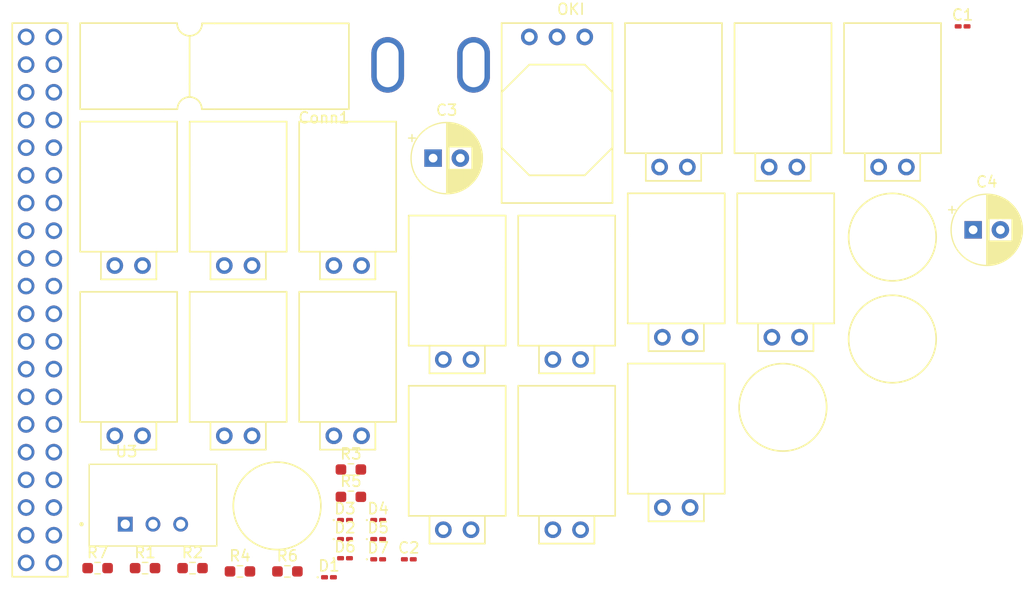
<source format=kicad_pcb>
(kicad_pcb (version 20171130) (host pcbnew "(5.1.10)-1")

  (general
    (thickness 1.6)
    (drawings 0)
    (tracks 0)
    (zones 0)
    (modules 42)
    (nets 42)
  )

  (page A4)
  (layers
    (0 F.Cu signal)
    (31 B.Cu signal)
    (32 B.Adhes user)
    (33 F.Adhes user)
    (34 B.Paste user)
    (35 F.Paste user)
    (36 B.SilkS user)
    (37 F.SilkS user)
    (38 B.Mask user)
    (39 F.Mask user)
    (40 Dwgs.User user)
    (41 Cmts.User user)
    (42 Eco1.User user)
    (43 Eco2.User user)
    (44 Edge.Cuts user)
    (45 Margin user)
    (46 B.CrtYd user)
    (47 F.CrtYd user)
    (48 B.Fab user)
    (49 F.Fab user)
  )

  (setup
    (last_trace_width 0.25)
    (trace_clearance 0.2)
    (zone_clearance 0.508)
    (zone_45_only no)
    (trace_min 0.2)
    (via_size 0.8)
    (via_drill 0.4)
    (via_min_size 0.4)
    (via_min_drill 0.3)
    (uvia_size 0.3)
    (uvia_drill 0.1)
    (uvias_allowed no)
    (uvia_min_size 0.2)
    (uvia_min_drill 0.1)
    (edge_width 0.05)
    (segment_width 0.2)
    (pcb_text_width 0.3)
    (pcb_text_size 1.5 1.5)
    (mod_edge_width 0.12)
    (mod_text_size 1 1)
    (mod_text_width 0.15)
    (pad_size 1.524 1.524)
    (pad_drill 0.762)
    (pad_to_mask_clearance 0)
    (aux_axis_origin 0 0)
    (visible_elements FFFFFF7F)
    (pcbplotparams
      (layerselection 0x010fc_ffffffff)
      (usegerberextensions false)
      (usegerberattributes true)
      (usegerberadvancedattributes true)
      (creategerberjobfile true)
      (excludeedgelayer true)
      (linewidth 0.100000)
      (plotframeref false)
      (viasonmask false)
      (mode 1)
      (useauxorigin false)
      (hpglpennumber 1)
      (hpglpenspeed 20)
      (hpglpendiameter 15.000000)
      (psnegative false)
      (psa4output false)
      (plotreference true)
      (plotvalue true)
      (plotinvisibletext false)
      (padsonsilk false)
      (subtractmaskfromsilk false)
      (outputformat 1)
      (mirror false)
      (drillshape 1)
      (scaleselection 1)
      (outputdirectory ""))
  )

  (net 0 "")
  (net 1 +12V)
  (net 2 GND)
  (net 3 +3V3)
  (net 4 ELEV_CNTRL)
  (net 5 AZI_CNTRL)
  (net 6 ELEV_PLUS)
  (net 7 ELEV_MINUS)
  (net 8 AZI_MINUS)
  (net 9 AZI_PLUS)
  (net 10 "Net-(D1-Pad2)")
  (net 11 "Net-(D2-Pad2)")
  (net 12 "Net-(D3-Pad2)")
  (net 13 "Net-(D4-Pad2)")
  (net 14 "Net-(D5-Pad2)")
  (net 15 "Net-(D6-Pad2)")
  (net 16 "Net-(D7-Pad2)")
  (net 17 +5V)
  (net 18 "Net-(U1-Pad1)")
  (net 19 "Net-(U1-Pad3)")
  (net 20 "Net-(U1-Pad4)")
  (net 21 "Net-(U1-Pad5)")
  (net 22 "Net-(U1-Pad7)")
  (net 23 "Net-(U1-Pad8)")
  (net 24 "Net-(U1-Pad10)")
  (net 25 "Net-(U1-Pad12)")
  (net 26 "Net-(U1-Pad13)")
  (net 27 "Net-(U1-Pad15)")
  (net 28 "Net-(U1-Pad16)")
  (net 29 "Net-(U1-Pad17)")
  (net 30 "Net-(U1-Pad19)")
  (net 31 "Net-(U1-Pad21)")
  (net 32 "Net-(U1-Pad22)")
  (net 33 "Net-(U1-Pad23)")
  (net 34 "Net-(U1-Pad24)")
  (net 35 "Net-(U1-Pad26)")
  (net 36 "Net-(U1-Pad27)")
  (net 37 "Net-(U1-Pad28)")
  (net 38 "Net-(U1-Pad29)")
  (net 39 "Net-(U1-Pad36)")
  (net 40 "Net-(U1-Pad38)")
  (net 41 "Net-(U1-Pad40)")

  (net_class Default "This is the default net class."
    (clearance 0.2)
    (trace_width 0.25)
    (via_dia 0.8)
    (via_drill 0.4)
    (uvia_dia 0.3)
    (uvia_drill 0.1)
    (add_net +12V)
    (add_net +3V3)
    (add_net +5V)
    (add_net AZI_CNTRL)
    (add_net AZI_MINUS)
    (add_net AZI_PLUS)
    (add_net ELEV_CNTRL)
    (add_net ELEV_MINUS)
    (add_net ELEV_PLUS)
    (add_net GND)
    (add_net "Net-(D1-Pad2)")
    (add_net "Net-(D2-Pad2)")
    (add_net "Net-(D3-Pad2)")
    (add_net "Net-(D4-Pad2)")
    (add_net "Net-(D5-Pad2)")
    (add_net "Net-(D6-Pad2)")
    (add_net "Net-(D7-Pad2)")
    (add_net "Net-(U1-Pad1)")
    (add_net "Net-(U1-Pad10)")
    (add_net "Net-(U1-Pad12)")
    (add_net "Net-(U1-Pad13)")
    (add_net "Net-(U1-Pad15)")
    (add_net "Net-(U1-Pad16)")
    (add_net "Net-(U1-Pad17)")
    (add_net "Net-(U1-Pad19)")
    (add_net "Net-(U1-Pad21)")
    (add_net "Net-(U1-Pad22)")
    (add_net "Net-(U1-Pad23)")
    (add_net "Net-(U1-Pad24)")
    (add_net "Net-(U1-Pad26)")
    (add_net "Net-(U1-Pad27)")
    (add_net "Net-(U1-Pad28)")
    (add_net "Net-(U1-Pad29)")
    (add_net "Net-(U1-Pad3)")
    (add_net "Net-(U1-Pad36)")
    (add_net "Net-(U1-Pad38)")
    (add_net "Net-(U1-Pad4)")
    (add_net "Net-(U1-Pad40)")
    (add_net "Net-(U1-Pad5)")
    (add_net "Net-(U1-Pad7)")
    (add_net "Net-(U1-Pad8)")
  )

  (module Capacitor_SMD:C_0201_0603Metric_Pad0.64x0.40mm_HandSolder (layer F.Cu) (tedit 5F6BB9E0) (tstamp 6418770E)
    (at 174.497001 60.065001)
    (descr "Capacitor SMD 0201 (0603 Metric), square (rectangular) end terminal, IPC_7351 nominal with elongated pad for handsoldering. (Body size source: https://www.vishay.com/docs/20052/crcw0201e3.pdf), generated with kicad-footprint-generator")
    (tags "capacitor handsolder")
    (path /64171E38)
    (attr smd)
    (fp_text reference C1 (at 0 -1.05) (layer F.SilkS)
      (effects (font (size 1 1) (thickness 0.15)))
    )
    (fp_text value 10uF (at 0 1.05) (layer F.Fab)
      (effects (font (size 1 1) (thickness 0.15)))
    )
    (fp_line (start 0.88 0.35) (end -0.88 0.35) (layer F.CrtYd) (width 0.05))
    (fp_line (start 0.88 -0.35) (end 0.88 0.35) (layer F.CrtYd) (width 0.05))
    (fp_line (start -0.88 -0.35) (end 0.88 -0.35) (layer F.CrtYd) (width 0.05))
    (fp_line (start -0.88 0.35) (end -0.88 -0.35) (layer F.CrtYd) (width 0.05))
    (fp_line (start 0.3 0.15) (end -0.3 0.15) (layer F.Fab) (width 0.1))
    (fp_line (start 0.3 -0.15) (end 0.3 0.15) (layer F.Fab) (width 0.1))
    (fp_line (start -0.3 -0.15) (end 0.3 -0.15) (layer F.Fab) (width 0.1))
    (fp_line (start -0.3 0.15) (end -0.3 -0.15) (layer F.Fab) (width 0.1))
    (fp_text user %R (at 0 -0.68) (layer F.Fab)
      (effects (font (size 0.25 0.25) (thickness 0.04)))
    )
    (pad "" smd roundrect (at -0.4325 0) (size 0.458 0.36) (layers F.Paste) (roundrect_rratio 0.25))
    (pad "" smd roundrect (at 0.4325 0) (size 0.458 0.36) (layers F.Paste) (roundrect_rratio 0.25))
    (pad 1 smd roundrect (at -0.4075 0) (size 0.635 0.4) (layers F.Cu F.Mask) (roundrect_rratio 0.25)
      (net 1 +12V))
    (pad 2 smd roundrect (at 0.4075 0) (size 0.635 0.4) (layers F.Cu F.Mask) (roundrect_rratio 0.25)
      (net 2 GND))
    (model ${KISYS3DMOD}/Capacitor_SMD.3dshapes/C_0201_0603Metric.wrl
      (at (xyz 0 0 0))
      (scale (xyz 1 1 1))
      (rotate (xyz 0 0 0))
    )
  )

  (module Capacitor_SMD:C_0201_0603Metric_Pad0.64x0.40mm_HandSolder (layer F.Cu) (tedit 5F6BB9E0) (tstamp 6418771F)
    (at 123.727001 108.965001)
    (descr "Capacitor SMD 0201 (0603 Metric), square (rectangular) end terminal, IPC_7351 nominal with elongated pad for handsoldering. (Body size source: https://www.vishay.com/docs/20052/crcw0201e3.pdf), generated with kicad-footprint-generator")
    (tags "capacitor handsolder")
    (path /64232352)
    (attr smd)
    (fp_text reference C2 (at 0 -1.05) (layer F.SilkS)
      (effects (font (size 1 1) (thickness 0.15)))
    )
    (fp_text value 10uF (at 0 1.05) (layer F.Fab)
      (effects (font (size 1 1) (thickness 0.15)))
    )
    (fp_text user %R (at 0 -0.68) (layer F.Fab)
      (effects (font (size 0.25 0.25) (thickness 0.04)))
    )
    (fp_line (start -0.3 0.15) (end -0.3 -0.15) (layer F.Fab) (width 0.1))
    (fp_line (start -0.3 -0.15) (end 0.3 -0.15) (layer F.Fab) (width 0.1))
    (fp_line (start 0.3 -0.15) (end 0.3 0.15) (layer F.Fab) (width 0.1))
    (fp_line (start 0.3 0.15) (end -0.3 0.15) (layer F.Fab) (width 0.1))
    (fp_line (start -0.88 0.35) (end -0.88 -0.35) (layer F.CrtYd) (width 0.05))
    (fp_line (start -0.88 -0.35) (end 0.88 -0.35) (layer F.CrtYd) (width 0.05))
    (fp_line (start 0.88 -0.35) (end 0.88 0.35) (layer F.CrtYd) (width 0.05))
    (fp_line (start 0.88 0.35) (end -0.88 0.35) (layer F.CrtYd) (width 0.05))
    (pad 2 smd roundrect (at 0.4075 0) (size 0.635 0.4) (layers F.Cu F.Mask) (roundrect_rratio 0.25)
      (net 2 GND))
    (pad 1 smd roundrect (at -0.4075 0) (size 0.635 0.4) (layers F.Cu F.Mask) (roundrect_rratio 0.25)
      (net 3 +3V3))
    (pad "" smd roundrect (at 0.4325 0) (size 0.458 0.36) (layers F.Paste) (roundrect_rratio 0.25))
    (pad "" smd roundrect (at -0.4325 0) (size 0.458 0.36) (layers F.Paste) (roundrect_rratio 0.25))
    (model ${KISYS3DMOD}/Capacitor_SMD.3dshapes/C_0201_0603Metric.wrl
      (at (xyz 0 0 0))
      (scale (xyz 1 1 1))
      (rotate (xyz 0 0 0))
    )
  )

  (module Capacitor_THT:CP_Radial_D6.3mm_P2.50mm (layer F.Cu) (tedit 5AE50EF0) (tstamp 641877B3)
    (at 125.952242 72.155001)
    (descr "CP, Radial series, Radial, pin pitch=2.50mm, , diameter=6.3mm, Electrolytic Capacitor")
    (tags "CP Radial series Radial pin pitch 2.50mm  diameter 6.3mm Electrolytic Capacitor")
    (path /6437C966)
    (fp_text reference C3 (at 1.25 -4.4) (layer F.SilkS)
      (effects (font (size 1 1) (thickness 0.15)))
    )
    (fp_text value 100uF (at 1.25 4.4) (layer F.Fab)
      (effects (font (size 1 1) (thickness 0.15)))
    )
    (fp_line (start -1.935241 -2.154) (end -1.935241 -1.524) (layer F.SilkS) (width 0.12))
    (fp_line (start -2.250241 -1.839) (end -1.620241 -1.839) (layer F.SilkS) (width 0.12))
    (fp_line (start 4.491 -0.402) (end 4.491 0.402) (layer F.SilkS) (width 0.12))
    (fp_line (start 4.451 -0.633) (end 4.451 0.633) (layer F.SilkS) (width 0.12))
    (fp_line (start 4.411 -0.802) (end 4.411 0.802) (layer F.SilkS) (width 0.12))
    (fp_line (start 4.371 -0.94) (end 4.371 0.94) (layer F.SilkS) (width 0.12))
    (fp_line (start 4.331 -1.059) (end 4.331 1.059) (layer F.SilkS) (width 0.12))
    (fp_line (start 4.291 -1.165) (end 4.291 1.165) (layer F.SilkS) (width 0.12))
    (fp_line (start 4.251 -1.262) (end 4.251 1.262) (layer F.SilkS) (width 0.12))
    (fp_line (start 4.211 -1.35) (end 4.211 1.35) (layer F.SilkS) (width 0.12))
    (fp_line (start 4.171 -1.432) (end 4.171 1.432) (layer F.SilkS) (width 0.12))
    (fp_line (start 4.131 -1.509) (end 4.131 1.509) (layer F.SilkS) (width 0.12))
    (fp_line (start 4.091 -1.581) (end 4.091 1.581) (layer F.SilkS) (width 0.12))
    (fp_line (start 4.051 -1.65) (end 4.051 1.65) (layer F.SilkS) (width 0.12))
    (fp_line (start 4.011 -1.714) (end 4.011 1.714) (layer F.SilkS) (width 0.12))
    (fp_line (start 3.971 -1.776) (end 3.971 1.776) (layer F.SilkS) (width 0.12))
    (fp_line (start 3.931 -1.834) (end 3.931 1.834) (layer F.SilkS) (width 0.12))
    (fp_line (start 3.891 -1.89) (end 3.891 1.89) (layer F.SilkS) (width 0.12))
    (fp_line (start 3.851 -1.944) (end 3.851 1.944) (layer F.SilkS) (width 0.12))
    (fp_line (start 3.811 -1.995) (end 3.811 1.995) (layer F.SilkS) (width 0.12))
    (fp_line (start 3.771 -2.044) (end 3.771 2.044) (layer F.SilkS) (width 0.12))
    (fp_line (start 3.731 -2.092) (end 3.731 2.092) (layer F.SilkS) (width 0.12))
    (fp_line (start 3.691 -2.137) (end 3.691 2.137) (layer F.SilkS) (width 0.12))
    (fp_line (start 3.651 -2.182) (end 3.651 2.182) (layer F.SilkS) (width 0.12))
    (fp_line (start 3.611 -2.224) (end 3.611 2.224) (layer F.SilkS) (width 0.12))
    (fp_line (start 3.571 -2.265) (end 3.571 2.265) (layer F.SilkS) (width 0.12))
    (fp_line (start 3.531 1.04) (end 3.531 2.305) (layer F.SilkS) (width 0.12))
    (fp_line (start 3.531 -2.305) (end 3.531 -1.04) (layer F.SilkS) (width 0.12))
    (fp_line (start 3.491 1.04) (end 3.491 2.343) (layer F.SilkS) (width 0.12))
    (fp_line (start 3.491 -2.343) (end 3.491 -1.04) (layer F.SilkS) (width 0.12))
    (fp_line (start 3.451 1.04) (end 3.451 2.38) (layer F.SilkS) (width 0.12))
    (fp_line (start 3.451 -2.38) (end 3.451 -1.04) (layer F.SilkS) (width 0.12))
    (fp_line (start 3.411 1.04) (end 3.411 2.416) (layer F.SilkS) (width 0.12))
    (fp_line (start 3.411 -2.416) (end 3.411 -1.04) (layer F.SilkS) (width 0.12))
    (fp_line (start 3.371 1.04) (end 3.371 2.45) (layer F.SilkS) (width 0.12))
    (fp_line (start 3.371 -2.45) (end 3.371 -1.04) (layer F.SilkS) (width 0.12))
    (fp_line (start 3.331 1.04) (end 3.331 2.484) (layer F.SilkS) (width 0.12))
    (fp_line (start 3.331 -2.484) (end 3.331 -1.04) (layer F.SilkS) (width 0.12))
    (fp_line (start 3.291 1.04) (end 3.291 2.516) (layer F.SilkS) (width 0.12))
    (fp_line (start 3.291 -2.516) (end 3.291 -1.04) (layer F.SilkS) (width 0.12))
    (fp_line (start 3.251 1.04) (end 3.251 2.548) (layer F.SilkS) (width 0.12))
    (fp_line (start 3.251 -2.548) (end 3.251 -1.04) (layer F.SilkS) (width 0.12))
    (fp_line (start 3.211 1.04) (end 3.211 2.578) (layer F.SilkS) (width 0.12))
    (fp_line (start 3.211 -2.578) (end 3.211 -1.04) (layer F.SilkS) (width 0.12))
    (fp_line (start 3.171 1.04) (end 3.171 2.607) (layer F.SilkS) (width 0.12))
    (fp_line (start 3.171 -2.607) (end 3.171 -1.04) (layer F.SilkS) (width 0.12))
    (fp_line (start 3.131 1.04) (end 3.131 2.636) (layer F.SilkS) (width 0.12))
    (fp_line (start 3.131 -2.636) (end 3.131 -1.04) (layer F.SilkS) (width 0.12))
    (fp_line (start 3.091 1.04) (end 3.091 2.664) (layer F.SilkS) (width 0.12))
    (fp_line (start 3.091 -2.664) (end 3.091 -1.04) (layer F.SilkS) (width 0.12))
    (fp_line (start 3.051 1.04) (end 3.051 2.69) (layer F.SilkS) (width 0.12))
    (fp_line (start 3.051 -2.69) (end 3.051 -1.04) (layer F.SilkS) (width 0.12))
    (fp_line (start 3.011 1.04) (end 3.011 2.716) (layer F.SilkS) (width 0.12))
    (fp_line (start 3.011 -2.716) (end 3.011 -1.04) (layer F.SilkS) (width 0.12))
    (fp_line (start 2.971 1.04) (end 2.971 2.742) (layer F.SilkS) (width 0.12))
    (fp_line (start 2.971 -2.742) (end 2.971 -1.04) (layer F.SilkS) (width 0.12))
    (fp_line (start 2.931 1.04) (end 2.931 2.766) (layer F.SilkS) (width 0.12))
    (fp_line (start 2.931 -2.766) (end 2.931 -1.04) (layer F.SilkS) (width 0.12))
    (fp_line (start 2.891 1.04) (end 2.891 2.79) (layer F.SilkS) (width 0.12))
    (fp_line (start 2.891 -2.79) (end 2.891 -1.04) (layer F.SilkS) (width 0.12))
    (fp_line (start 2.851 1.04) (end 2.851 2.812) (layer F.SilkS) (width 0.12))
    (fp_line (start 2.851 -2.812) (end 2.851 -1.04) (layer F.SilkS) (width 0.12))
    (fp_line (start 2.811 1.04) (end 2.811 2.834) (layer F.SilkS) (width 0.12))
    (fp_line (start 2.811 -2.834) (end 2.811 -1.04) (layer F.SilkS) (width 0.12))
    (fp_line (start 2.771 1.04) (end 2.771 2.856) (layer F.SilkS) (width 0.12))
    (fp_line (start 2.771 -2.856) (end 2.771 -1.04) (layer F.SilkS) (width 0.12))
    (fp_line (start 2.731 1.04) (end 2.731 2.876) (layer F.SilkS) (width 0.12))
    (fp_line (start 2.731 -2.876) (end 2.731 -1.04) (layer F.SilkS) (width 0.12))
    (fp_line (start 2.691 1.04) (end 2.691 2.896) (layer F.SilkS) (width 0.12))
    (fp_line (start 2.691 -2.896) (end 2.691 -1.04) (layer F.SilkS) (width 0.12))
    (fp_line (start 2.651 1.04) (end 2.651 2.916) (layer F.SilkS) (width 0.12))
    (fp_line (start 2.651 -2.916) (end 2.651 -1.04) (layer F.SilkS) (width 0.12))
    (fp_line (start 2.611 1.04) (end 2.611 2.934) (layer F.SilkS) (width 0.12))
    (fp_line (start 2.611 -2.934) (end 2.611 -1.04) (layer F.SilkS) (width 0.12))
    (fp_line (start 2.571 1.04) (end 2.571 2.952) (layer F.SilkS) (width 0.12))
    (fp_line (start 2.571 -2.952) (end 2.571 -1.04) (layer F.SilkS) (width 0.12))
    (fp_line (start 2.531 1.04) (end 2.531 2.97) (layer F.SilkS) (width 0.12))
    (fp_line (start 2.531 -2.97) (end 2.531 -1.04) (layer F.SilkS) (width 0.12))
    (fp_line (start 2.491 1.04) (end 2.491 2.986) (layer F.SilkS) (width 0.12))
    (fp_line (start 2.491 -2.986) (end 2.491 -1.04) (layer F.SilkS) (width 0.12))
    (fp_line (start 2.451 1.04) (end 2.451 3.002) (layer F.SilkS) (width 0.12))
    (fp_line (start 2.451 -3.002) (end 2.451 -1.04) (layer F.SilkS) (width 0.12))
    (fp_line (start 2.411 1.04) (end 2.411 3.018) (layer F.SilkS) (width 0.12))
    (fp_line (start 2.411 -3.018) (end 2.411 -1.04) (layer F.SilkS) (width 0.12))
    (fp_line (start 2.371 1.04) (end 2.371 3.033) (layer F.SilkS) (width 0.12))
    (fp_line (start 2.371 -3.033) (end 2.371 -1.04) (layer F.SilkS) (width 0.12))
    (fp_line (start 2.331 1.04) (end 2.331 3.047) (layer F.SilkS) (width 0.12))
    (fp_line (start 2.331 -3.047) (end 2.331 -1.04) (layer F.SilkS) (width 0.12))
    (fp_line (start 2.291 1.04) (end 2.291 3.061) (layer F.SilkS) (width 0.12))
    (fp_line (start 2.291 -3.061) (end 2.291 -1.04) (layer F.SilkS) (width 0.12))
    (fp_line (start 2.251 1.04) (end 2.251 3.074) (layer F.SilkS) (width 0.12))
    (fp_line (start 2.251 -3.074) (end 2.251 -1.04) (layer F.SilkS) (width 0.12))
    (fp_line (start 2.211 1.04) (end 2.211 3.086) (layer F.SilkS) (width 0.12))
    (fp_line (start 2.211 -3.086) (end 2.211 -1.04) (layer F.SilkS) (width 0.12))
    (fp_line (start 2.171 1.04) (end 2.171 3.098) (layer F.SilkS) (width 0.12))
    (fp_line (start 2.171 -3.098) (end 2.171 -1.04) (layer F.SilkS) (width 0.12))
    (fp_line (start 2.131 1.04) (end 2.131 3.11) (layer F.SilkS) (width 0.12))
    (fp_line (start 2.131 -3.11) (end 2.131 -1.04) (layer F.SilkS) (width 0.12))
    (fp_line (start 2.091 1.04) (end 2.091 3.121) (layer F.SilkS) (width 0.12))
    (fp_line (start 2.091 -3.121) (end 2.091 -1.04) (layer F.SilkS) (width 0.12))
    (fp_line (start 2.051 1.04) (end 2.051 3.131) (layer F.SilkS) (width 0.12))
    (fp_line (start 2.051 -3.131) (end 2.051 -1.04) (layer F.SilkS) (width 0.12))
    (fp_line (start 2.011 1.04) (end 2.011 3.141) (layer F.SilkS) (width 0.12))
    (fp_line (start 2.011 -3.141) (end 2.011 -1.04) (layer F.SilkS) (width 0.12))
    (fp_line (start 1.971 1.04) (end 1.971 3.15) (layer F.SilkS) (width 0.12))
    (fp_line (start 1.971 -3.15) (end 1.971 -1.04) (layer F.SilkS) (width 0.12))
    (fp_line (start 1.93 1.04) (end 1.93 3.159) (layer F.SilkS) (width 0.12))
    (fp_line (start 1.93 -3.159) (end 1.93 -1.04) (layer F.SilkS) (width 0.12))
    (fp_line (start 1.89 1.04) (end 1.89 3.167) (layer F.SilkS) (width 0.12))
    (fp_line (start 1.89 -3.167) (end 1.89 -1.04) (layer F.SilkS) (width 0.12))
    (fp_line (start 1.85 1.04) (end 1.85 3.175) (layer F.SilkS) (width 0.12))
    (fp_line (start 1.85 -3.175) (end 1.85 -1.04) (layer F.SilkS) (width 0.12))
    (fp_line (start 1.81 1.04) (end 1.81 3.182) (layer F.SilkS) (width 0.12))
    (fp_line (start 1.81 -3.182) (end 1.81 -1.04) (layer F.SilkS) (width 0.12))
    (fp_line (start 1.77 1.04) (end 1.77 3.189) (layer F.SilkS) (width 0.12))
    (fp_line (start 1.77 -3.189) (end 1.77 -1.04) (layer F.SilkS) (width 0.12))
    (fp_line (start 1.73 1.04) (end 1.73 3.195) (layer F.SilkS) (width 0.12))
    (fp_line (start 1.73 -3.195) (end 1.73 -1.04) (layer F.SilkS) (width 0.12))
    (fp_line (start 1.69 1.04) (end 1.69 3.201) (layer F.SilkS) (width 0.12))
    (fp_line (start 1.69 -3.201) (end 1.69 -1.04) (layer F.SilkS) (width 0.12))
    (fp_line (start 1.65 1.04) (end 1.65 3.206) (layer F.SilkS) (width 0.12))
    (fp_line (start 1.65 -3.206) (end 1.65 -1.04) (layer F.SilkS) (width 0.12))
    (fp_line (start 1.61 1.04) (end 1.61 3.211) (layer F.SilkS) (width 0.12))
    (fp_line (start 1.61 -3.211) (end 1.61 -1.04) (layer F.SilkS) (width 0.12))
    (fp_line (start 1.57 1.04) (end 1.57 3.215) (layer F.SilkS) (width 0.12))
    (fp_line (start 1.57 -3.215) (end 1.57 -1.04) (layer F.SilkS) (width 0.12))
    (fp_line (start 1.53 1.04) (end 1.53 3.218) (layer F.SilkS) (width 0.12))
    (fp_line (start 1.53 -3.218) (end 1.53 -1.04) (layer F.SilkS) (width 0.12))
    (fp_line (start 1.49 1.04) (end 1.49 3.222) (layer F.SilkS) (width 0.12))
    (fp_line (start 1.49 -3.222) (end 1.49 -1.04) (layer F.SilkS) (width 0.12))
    (fp_line (start 1.45 -3.224) (end 1.45 3.224) (layer F.SilkS) (width 0.12))
    (fp_line (start 1.41 -3.227) (end 1.41 3.227) (layer F.SilkS) (width 0.12))
    (fp_line (start 1.37 -3.228) (end 1.37 3.228) (layer F.SilkS) (width 0.12))
    (fp_line (start 1.33 -3.23) (end 1.33 3.23) (layer F.SilkS) (width 0.12))
    (fp_line (start 1.29 -3.23) (end 1.29 3.23) (layer F.SilkS) (width 0.12))
    (fp_line (start 1.25 -3.23) (end 1.25 3.23) (layer F.SilkS) (width 0.12))
    (fp_line (start -1.128972 -1.6885) (end -1.128972 -1.0585) (layer F.Fab) (width 0.1))
    (fp_line (start -1.443972 -1.3735) (end -0.813972 -1.3735) (layer F.Fab) (width 0.1))
    (fp_circle (center 1.25 0) (end 4.65 0) (layer F.CrtYd) (width 0.05))
    (fp_circle (center 1.25 0) (end 4.52 0) (layer F.SilkS) (width 0.12))
    (fp_circle (center 1.25 0) (end 4.4 0) (layer F.Fab) (width 0.1))
    (fp_text user %R (at 1.25 0) (layer F.Fab)
      (effects (font (size 1 1) (thickness 0.15)))
    )
    (pad 1 thru_hole rect (at 0 0) (size 1.6 1.6) (drill 0.8) (layers *.Cu *.Mask)
      (net 1 +12V))
    (pad 2 thru_hole circle (at 2.5 0) (size 1.6 1.6) (drill 0.8) (layers *.Cu *.Mask)
      (net 2 GND))
    (model ${KISYS3DMOD}/Capacitor_THT.3dshapes/CP_Radial_D6.3mm_P2.50mm.wrl
      (at (xyz 0 0 0))
      (scale (xyz 1 1 1))
      (rotate (xyz 0 0 0))
    )
  )

  (module Capacitor_THT:CP_Radial_D6.3mm_P2.50mm (layer F.Cu) (tedit 5AE50EF0) (tstamp 64187847)
    (at 175.462242 78.735001)
    (descr "CP, Radial series, Radial, pin pitch=2.50mm, , diameter=6.3mm, Electrolytic Capacitor")
    (tags "CP Radial series Radial pin pitch 2.50mm  diameter 6.3mm Electrolytic Capacitor")
    (path /6437D77B)
    (fp_text reference C4 (at 1.25 -4.4) (layer F.SilkS)
      (effects (font (size 1 1) (thickness 0.15)))
    )
    (fp_text value 220uF (at 1.25 4.4) (layer F.Fab)
      (effects (font (size 1 1) (thickness 0.15)))
    )
    (fp_text user %R (at 1.25 0) (layer F.Fab)
      (effects (font (size 1 1) (thickness 0.15)))
    )
    (fp_circle (center 1.25 0) (end 4.4 0) (layer F.Fab) (width 0.1))
    (fp_circle (center 1.25 0) (end 4.52 0) (layer F.SilkS) (width 0.12))
    (fp_circle (center 1.25 0) (end 4.65 0) (layer F.CrtYd) (width 0.05))
    (fp_line (start -1.443972 -1.3735) (end -0.813972 -1.3735) (layer F.Fab) (width 0.1))
    (fp_line (start -1.128972 -1.6885) (end -1.128972 -1.0585) (layer F.Fab) (width 0.1))
    (fp_line (start 1.25 -3.23) (end 1.25 3.23) (layer F.SilkS) (width 0.12))
    (fp_line (start 1.29 -3.23) (end 1.29 3.23) (layer F.SilkS) (width 0.12))
    (fp_line (start 1.33 -3.23) (end 1.33 3.23) (layer F.SilkS) (width 0.12))
    (fp_line (start 1.37 -3.228) (end 1.37 3.228) (layer F.SilkS) (width 0.12))
    (fp_line (start 1.41 -3.227) (end 1.41 3.227) (layer F.SilkS) (width 0.12))
    (fp_line (start 1.45 -3.224) (end 1.45 3.224) (layer F.SilkS) (width 0.12))
    (fp_line (start 1.49 -3.222) (end 1.49 -1.04) (layer F.SilkS) (width 0.12))
    (fp_line (start 1.49 1.04) (end 1.49 3.222) (layer F.SilkS) (width 0.12))
    (fp_line (start 1.53 -3.218) (end 1.53 -1.04) (layer F.SilkS) (width 0.12))
    (fp_line (start 1.53 1.04) (end 1.53 3.218) (layer F.SilkS) (width 0.12))
    (fp_line (start 1.57 -3.215) (end 1.57 -1.04) (layer F.SilkS) (width 0.12))
    (fp_line (start 1.57 1.04) (end 1.57 3.215) (layer F.SilkS) (width 0.12))
    (fp_line (start 1.61 -3.211) (end 1.61 -1.04) (layer F.SilkS) (width 0.12))
    (fp_line (start 1.61 1.04) (end 1.61 3.211) (layer F.SilkS) (width 0.12))
    (fp_line (start 1.65 -3.206) (end 1.65 -1.04) (layer F.SilkS) (width 0.12))
    (fp_line (start 1.65 1.04) (end 1.65 3.206) (layer F.SilkS) (width 0.12))
    (fp_line (start 1.69 -3.201) (end 1.69 -1.04) (layer F.SilkS) (width 0.12))
    (fp_line (start 1.69 1.04) (end 1.69 3.201) (layer F.SilkS) (width 0.12))
    (fp_line (start 1.73 -3.195) (end 1.73 -1.04) (layer F.SilkS) (width 0.12))
    (fp_line (start 1.73 1.04) (end 1.73 3.195) (layer F.SilkS) (width 0.12))
    (fp_line (start 1.77 -3.189) (end 1.77 -1.04) (layer F.SilkS) (width 0.12))
    (fp_line (start 1.77 1.04) (end 1.77 3.189) (layer F.SilkS) (width 0.12))
    (fp_line (start 1.81 -3.182) (end 1.81 -1.04) (layer F.SilkS) (width 0.12))
    (fp_line (start 1.81 1.04) (end 1.81 3.182) (layer F.SilkS) (width 0.12))
    (fp_line (start 1.85 -3.175) (end 1.85 -1.04) (layer F.SilkS) (width 0.12))
    (fp_line (start 1.85 1.04) (end 1.85 3.175) (layer F.SilkS) (width 0.12))
    (fp_line (start 1.89 -3.167) (end 1.89 -1.04) (layer F.SilkS) (width 0.12))
    (fp_line (start 1.89 1.04) (end 1.89 3.167) (layer F.SilkS) (width 0.12))
    (fp_line (start 1.93 -3.159) (end 1.93 -1.04) (layer F.SilkS) (width 0.12))
    (fp_line (start 1.93 1.04) (end 1.93 3.159) (layer F.SilkS) (width 0.12))
    (fp_line (start 1.971 -3.15) (end 1.971 -1.04) (layer F.SilkS) (width 0.12))
    (fp_line (start 1.971 1.04) (end 1.971 3.15) (layer F.SilkS) (width 0.12))
    (fp_line (start 2.011 -3.141) (end 2.011 -1.04) (layer F.SilkS) (width 0.12))
    (fp_line (start 2.011 1.04) (end 2.011 3.141) (layer F.SilkS) (width 0.12))
    (fp_line (start 2.051 -3.131) (end 2.051 -1.04) (layer F.SilkS) (width 0.12))
    (fp_line (start 2.051 1.04) (end 2.051 3.131) (layer F.SilkS) (width 0.12))
    (fp_line (start 2.091 -3.121) (end 2.091 -1.04) (layer F.SilkS) (width 0.12))
    (fp_line (start 2.091 1.04) (end 2.091 3.121) (layer F.SilkS) (width 0.12))
    (fp_line (start 2.131 -3.11) (end 2.131 -1.04) (layer F.SilkS) (width 0.12))
    (fp_line (start 2.131 1.04) (end 2.131 3.11) (layer F.SilkS) (width 0.12))
    (fp_line (start 2.171 -3.098) (end 2.171 -1.04) (layer F.SilkS) (width 0.12))
    (fp_line (start 2.171 1.04) (end 2.171 3.098) (layer F.SilkS) (width 0.12))
    (fp_line (start 2.211 -3.086) (end 2.211 -1.04) (layer F.SilkS) (width 0.12))
    (fp_line (start 2.211 1.04) (end 2.211 3.086) (layer F.SilkS) (width 0.12))
    (fp_line (start 2.251 -3.074) (end 2.251 -1.04) (layer F.SilkS) (width 0.12))
    (fp_line (start 2.251 1.04) (end 2.251 3.074) (layer F.SilkS) (width 0.12))
    (fp_line (start 2.291 -3.061) (end 2.291 -1.04) (layer F.SilkS) (width 0.12))
    (fp_line (start 2.291 1.04) (end 2.291 3.061) (layer F.SilkS) (width 0.12))
    (fp_line (start 2.331 -3.047) (end 2.331 -1.04) (layer F.SilkS) (width 0.12))
    (fp_line (start 2.331 1.04) (end 2.331 3.047) (layer F.SilkS) (width 0.12))
    (fp_line (start 2.371 -3.033) (end 2.371 -1.04) (layer F.SilkS) (width 0.12))
    (fp_line (start 2.371 1.04) (end 2.371 3.033) (layer F.SilkS) (width 0.12))
    (fp_line (start 2.411 -3.018) (end 2.411 -1.04) (layer F.SilkS) (width 0.12))
    (fp_line (start 2.411 1.04) (end 2.411 3.018) (layer F.SilkS) (width 0.12))
    (fp_line (start 2.451 -3.002) (end 2.451 -1.04) (layer F.SilkS) (width 0.12))
    (fp_line (start 2.451 1.04) (end 2.451 3.002) (layer F.SilkS) (width 0.12))
    (fp_line (start 2.491 -2.986) (end 2.491 -1.04) (layer F.SilkS) (width 0.12))
    (fp_line (start 2.491 1.04) (end 2.491 2.986) (layer F.SilkS) (width 0.12))
    (fp_line (start 2.531 -2.97) (end 2.531 -1.04) (layer F.SilkS) (width 0.12))
    (fp_line (start 2.531 1.04) (end 2.531 2.97) (layer F.SilkS) (width 0.12))
    (fp_line (start 2.571 -2.952) (end 2.571 -1.04) (layer F.SilkS) (width 0.12))
    (fp_line (start 2.571 1.04) (end 2.571 2.952) (layer F.SilkS) (width 0.12))
    (fp_line (start 2.611 -2.934) (end 2.611 -1.04) (layer F.SilkS) (width 0.12))
    (fp_line (start 2.611 1.04) (end 2.611 2.934) (layer F.SilkS) (width 0.12))
    (fp_line (start 2.651 -2.916) (end 2.651 -1.04) (layer F.SilkS) (width 0.12))
    (fp_line (start 2.651 1.04) (end 2.651 2.916) (layer F.SilkS) (width 0.12))
    (fp_line (start 2.691 -2.896) (end 2.691 -1.04) (layer F.SilkS) (width 0.12))
    (fp_line (start 2.691 1.04) (end 2.691 2.896) (layer F.SilkS) (width 0.12))
    (fp_line (start 2.731 -2.876) (end 2.731 -1.04) (layer F.SilkS) (width 0.12))
    (fp_line (start 2.731 1.04) (end 2.731 2.876) (layer F.SilkS) (width 0.12))
    (fp_line (start 2.771 -2.856) (end 2.771 -1.04) (layer F.SilkS) (width 0.12))
    (fp_line (start 2.771 1.04) (end 2.771 2.856) (layer F.SilkS) (width 0.12))
    (fp_line (start 2.811 -2.834) (end 2.811 -1.04) (layer F.SilkS) (width 0.12))
    (fp_line (start 2.811 1.04) (end 2.811 2.834) (layer F.SilkS) (width 0.12))
    (fp_line (start 2.851 -2.812) (end 2.851 -1.04) (layer F.SilkS) (width 0.12))
    (fp_line (start 2.851 1.04) (end 2.851 2.812) (layer F.SilkS) (width 0.12))
    (fp_line (start 2.891 -2.79) (end 2.891 -1.04) (layer F.SilkS) (width 0.12))
    (fp_line (start 2.891 1.04) (end 2.891 2.79) (layer F.SilkS) (width 0.12))
    (fp_line (start 2.931 -2.766) (end 2.931 -1.04) (layer F.SilkS) (width 0.12))
    (fp_line (start 2.931 1.04) (end 2.931 2.766) (layer F.SilkS) (width 0.12))
    (fp_line (start 2.971 -2.742) (end 2.971 -1.04) (layer F.SilkS) (width 0.12))
    (fp_line (start 2.971 1.04) (end 2.971 2.742) (layer F.SilkS) (width 0.12))
    (fp_line (start 3.011 -2.716) (end 3.011 -1.04) (layer F.SilkS) (width 0.12))
    (fp_line (start 3.011 1.04) (end 3.011 2.716) (layer F.SilkS) (width 0.12))
    (fp_line (start 3.051 -2.69) (end 3.051 -1.04) (layer F.SilkS) (width 0.12))
    (fp_line (start 3.051 1.04) (end 3.051 2.69) (layer F.SilkS) (width 0.12))
    (fp_line (start 3.091 -2.664) (end 3.091 -1.04) (layer F.SilkS) (width 0.12))
    (fp_line (start 3.091 1.04) (end 3.091 2.664) (layer F.SilkS) (width 0.12))
    (fp_line (start 3.131 -2.636) (end 3.131 -1.04) (layer F.SilkS) (width 0.12))
    (fp_line (start 3.131 1.04) (end 3.131 2.636) (layer F.SilkS) (width 0.12))
    (fp_line (start 3.171 -2.607) (end 3.171 -1.04) (layer F.SilkS) (width 0.12))
    (fp_line (start 3.171 1.04) (end 3.171 2.607) (layer F.SilkS) (width 0.12))
    (fp_line (start 3.211 -2.578) (end 3.211 -1.04) (layer F.SilkS) (width 0.12))
    (fp_line (start 3.211 1.04) (end 3.211 2.578) (layer F.SilkS) (width 0.12))
    (fp_line (start 3.251 -2.548) (end 3.251 -1.04) (layer F.SilkS) (width 0.12))
    (fp_line (start 3.251 1.04) (end 3.251 2.548) (layer F.SilkS) (width 0.12))
    (fp_line (start 3.291 -2.516) (end 3.291 -1.04) (layer F.SilkS) (width 0.12))
    (fp_line (start 3.291 1.04) (end 3.291 2.516) (layer F.SilkS) (width 0.12))
    (fp_line (start 3.331 -2.484) (end 3.331 -1.04) (layer F.SilkS) (width 0.12))
    (fp_line (start 3.331 1.04) (end 3.331 2.484) (layer F.SilkS) (width 0.12))
    (fp_line (start 3.371 -2.45) (end 3.371 -1.04) (layer F.SilkS) (width 0.12))
    (fp_line (start 3.371 1.04) (end 3.371 2.45) (layer F.SilkS) (width 0.12))
    (fp_line (start 3.411 -2.416) (end 3.411 -1.04) (layer F.SilkS) (width 0.12))
    (fp_line (start 3.411 1.04) (end 3.411 2.416) (layer F.SilkS) (width 0.12))
    (fp_line (start 3.451 -2.38) (end 3.451 -1.04) (layer F.SilkS) (width 0.12))
    (fp_line (start 3.451 1.04) (end 3.451 2.38) (layer F.SilkS) (width 0.12))
    (fp_line (start 3.491 -2.343) (end 3.491 -1.04) (layer F.SilkS) (width 0.12))
    (fp_line (start 3.491 1.04) (end 3.491 2.343) (layer F.SilkS) (width 0.12))
    (fp_line (start 3.531 -2.305) (end 3.531 -1.04) (layer F.SilkS) (width 0.12))
    (fp_line (start 3.531 1.04) (end 3.531 2.305) (layer F.SilkS) (width 0.12))
    (fp_line (start 3.571 -2.265) (end 3.571 2.265) (layer F.SilkS) (width 0.12))
    (fp_line (start 3.611 -2.224) (end 3.611 2.224) (layer F.SilkS) (width 0.12))
    (fp_line (start 3.651 -2.182) (end 3.651 2.182) (layer F.SilkS) (width 0.12))
    (fp_line (start 3.691 -2.137) (end 3.691 2.137) (layer F.SilkS) (width 0.12))
    (fp_line (start 3.731 -2.092) (end 3.731 2.092) (layer F.SilkS) (width 0.12))
    (fp_line (start 3.771 -2.044) (end 3.771 2.044) (layer F.SilkS) (width 0.12))
    (fp_line (start 3.811 -1.995) (end 3.811 1.995) (layer F.SilkS) (width 0.12))
    (fp_line (start 3.851 -1.944) (end 3.851 1.944) (layer F.SilkS) (width 0.12))
    (fp_line (start 3.891 -1.89) (end 3.891 1.89) (layer F.SilkS) (width 0.12))
    (fp_line (start 3.931 -1.834) (end 3.931 1.834) (layer F.SilkS) (width 0.12))
    (fp_line (start 3.971 -1.776) (end 3.971 1.776) (layer F.SilkS) (width 0.12))
    (fp_line (start 4.011 -1.714) (end 4.011 1.714) (layer F.SilkS) (width 0.12))
    (fp_line (start 4.051 -1.65) (end 4.051 1.65) (layer F.SilkS) (width 0.12))
    (fp_line (start 4.091 -1.581) (end 4.091 1.581) (layer F.SilkS) (width 0.12))
    (fp_line (start 4.131 -1.509) (end 4.131 1.509) (layer F.SilkS) (width 0.12))
    (fp_line (start 4.171 -1.432) (end 4.171 1.432) (layer F.SilkS) (width 0.12))
    (fp_line (start 4.211 -1.35) (end 4.211 1.35) (layer F.SilkS) (width 0.12))
    (fp_line (start 4.251 -1.262) (end 4.251 1.262) (layer F.SilkS) (width 0.12))
    (fp_line (start 4.291 -1.165) (end 4.291 1.165) (layer F.SilkS) (width 0.12))
    (fp_line (start 4.331 -1.059) (end 4.331 1.059) (layer F.SilkS) (width 0.12))
    (fp_line (start 4.371 -0.94) (end 4.371 0.94) (layer F.SilkS) (width 0.12))
    (fp_line (start 4.411 -0.802) (end 4.411 0.802) (layer F.SilkS) (width 0.12))
    (fp_line (start 4.451 -0.633) (end 4.451 0.633) (layer F.SilkS) (width 0.12))
    (fp_line (start 4.491 -0.402) (end 4.491 0.402) (layer F.SilkS) (width 0.12))
    (fp_line (start -2.250241 -1.839) (end -1.620241 -1.839) (layer F.SilkS) (width 0.12))
    (fp_line (start -1.935241 -2.154) (end -1.935241 -1.524) (layer F.SilkS) (width 0.12))
    (pad 2 thru_hole circle (at 2.5 0) (size 1.6 1.6) (drill 0.8) (layers *.Cu *.Mask)
      (net 2 GND))
    (pad 1 thru_hole rect (at 0 0) (size 1.6 1.6) (drill 0.8) (layers *.Cu *.Mask)
      (net 1 +12V))
    (model ${KISYS3DMOD}/Capacitor_THT.3dshapes/CP_Radial_D6.3mm_P2.50mm.wrl
      (at (xyz 0 0 0))
      (scale (xyz 1 1 1))
      (rotate (xyz 0 0 0))
    )
  )

  (module MRDT_Connectors:Square_Anderson_2_H_Stacked (layer F.Cu) (tedit 62156B29) (tstamp 6418785D)
    (at 122.091001 62.650401)
    (path /6417CEA5)
    (fp_text reference Conn1 (at -6.15 5.8) (layer F.SilkS)
      (effects (font (size 1 1) (thickness 0.15)))
    )
    (fp_text value AndersonPP (at -15.75 -3.8) (layer F.Fab)
      (effects (font (size 1 1) (thickness 0.15)))
    )
    (fp_line (start -18.461 -0.574) (end -18.461 -1.717) (layer F.SilkS) (width 0.15))
    (fp_line (start -3.856 5.014) (end -3.856 -2.86) (layer F.SilkS) (width 0.15))
    (fp_line (start -28.494 -2.8854) (end -19.604 -2.8854) (layer F.SilkS) (width 0.15))
    (fp_line (start -28.494 -2.86) (end -28.494 5.014) (layer F.SilkS) (width 0.15))
    (fp_line (start -16.1496 5.014) (end -17.3434 5.014) (layer F.SilkS) (width 0.15))
    (fp_line (start -18.461 2.7026) (end -18.461 3.871) (layer F.SilkS) (width 0.15))
    (fp_line (start -16.175 5.014) (end -3.8814 5.014) (layer F.SilkS) (width 0.15))
    (fp_line (start -20.7724 5.014) (end -19.604 5.014) (layer F.SilkS) (width 0.15))
    (fp_line (start -20.747 5.014) (end -28.494 5.014) (layer F.SilkS) (width 0.15))
    (fp_line (start -16.175 -2.86) (end -3.8814 -2.86) (layer F.SilkS) (width 0.15))
    (fp_line (start -16.175 -2.86) (end -17.318 -2.86) (layer F.SilkS) (width 0.15))
    (fp_line (start -18.461 -0.574) (end -18.461 2.728) (layer F.SilkS) (width 0.15))
    (fp_arc (start -18.461 -2.86) (end -17.318 -2.86) (angle 90) (layer F.SilkS) (width 0.15))
    (fp_arc (start -18.461 5.014) (end -18.461 3.8964) (angle 90) (layer F.SilkS) (width 0.15))
    (fp_arc (start -18.461 -2.86) (end -18.461 -1.717) (angle 90) (layer F.SilkS) (width 0.15))
    (fp_arc (start -18.461 5.014) (end -19.5786 5.014) (angle 90) (layer F.SilkS) (width 0.15))
    (pad 1 thru_hole oval (at 7.574 0.95) (size 3 5.1) (drill oval 2 4.1) (layers *.Cu *.Mask F.Paste)
      (net 2 GND))
    (pad 4 thru_hole oval (at -0.3 0.95) (size 3 5.1) (drill oval 2 4.1) (layers *.Cu *.Mask F.Paste)
      (net 1 +12V))
  )

  (module MRDT_Connectors:MOLEX_SL_02_Horizontal (layer F.Cu) (tedit 5DD894FE) (tstamp 6418786C)
    (at 106.812001 82.013001)
    (path /64047D08)
    (fp_text reference Conn2 (at 1.27 2.54) (layer F.SilkS) hide
      (effects (font (size 1 1) (thickness 0.15)))
    )
    (fp_text value Molex_SL_02 (at 2.54 2.286) (layer F.Fab)
      (effects (font (size 1 1) (thickness 0.15)))
    )
    (fp_line (start -3.175 -1.27) (end 5.715 -1.27) (layer F.SilkS) (width 0.15))
    (fp_line (start 5.715 -1.27) (end 5.715 -13.208) (layer F.SilkS) (width 0.15))
    (fp_line (start 3.81 1.27) (end -1.27 1.27) (layer F.SilkS) (width 0.15))
    (fp_line (start -3.175 -13.208) (end 5.715 -13.208) (layer F.SilkS) (width 0.15))
    (fp_line (start -3.175 -1.27) (end -3.175 -13.208) (layer F.SilkS) (width 0.15))
    (fp_line (start 3.81 -1.27) (end 3.81 1.27) (layer F.SilkS) (width 0.15))
    (fp_line (start -1.27 1.27) (end -1.27 -1.27) (layer F.SilkS) (width 0.15))
    (pad "" np_thru_hole circle (at 3.683 -8.636) (size 3.45 3.45) (drill 3.45) (layers *.Cu *.Mask))
    (pad 2 thru_hole circle (at 2.54 0) (size 1.524 1.524) (drill 0.9) (layers *.Cu *.Mask)
      (net 2 GND))
    (pad 1 thru_hole circle (at 0 0) (size 1.524 1.524) (drill 0.9) (layers *.Cu *.Mask)
      (net 4 ELEV_CNTRL))
    (pad "" np_thru_hole circle (at -1.145 -8.64) (size 3.45 3.45) (drill 3.45) (layers *.Cu *.Mask))
    (model "${MRDT_KICAD_LIBRARIES}/3D Files/MRDT_Connctors/Molex_SL_02_Horizontal.stp"
      (offset (xyz 5.079999923706055 12.95399980545044 0))
      (scale (xyz 1 1 1))
      (rotate (xyz 0 0 180))
    )
  )

  (module MRDT_Connectors:MOLEX_SL_02_Horizontal (layer F.Cu) (tedit 5DD894FE) (tstamp 6418787B)
    (at 116.852001 82.013001)
    (path /64062C2D)
    (fp_text reference Conn3 (at 1.27 2.54) (layer F.SilkS) hide
      (effects (font (size 1 1) (thickness 0.15)))
    )
    (fp_text value Molex_SL_02 (at 2.54 2.286) (layer F.Fab)
      (effects (font (size 1 1) (thickness 0.15)))
    )
    (fp_line (start -1.27 1.27) (end -1.27 -1.27) (layer F.SilkS) (width 0.15))
    (fp_line (start 3.81 -1.27) (end 3.81 1.27) (layer F.SilkS) (width 0.15))
    (fp_line (start -3.175 -1.27) (end -3.175 -13.208) (layer F.SilkS) (width 0.15))
    (fp_line (start -3.175 -13.208) (end 5.715 -13.208) (layer F.SilkS) (width 0.15))
    (fp_line (start 3.81 1.27) (end -1.27 1.27) (layer F.SilkS) (width 0.15))
    (fp_line (start 5.715 -1.27) (end 5.715 -13.208) (layer F.SilkS) (width 0.15))
    (fp_line (start -3.175 -1.27) (end 5.715 -1.27) (layer F.SilkS) (width 0.15))
    (pad "" np_thru_hole circle (at -1.145 -8.64) (size 3.45 3.45) (drill 3.45) (layers *.Cu *.Mask))
    (pad 1 thru_hole circle (at 0 0) (size 1.524 1.524) (drill 0.9) (layers *.Cu *.Mask)
      (net 5 AZI_CNTRL))
    (pad 2 thru_hole circle (at 2.54 0) (size 1.524 1.524) (drill 0.9) (layers *.Cu *.Mask)
      (net 2 GND))
    (pad "" np_thru_hole circle (at 3.683 -8.636) (size 3.45 3.45) (drill 3.45) (layers *.Cu *.Mask))
    (model "${MRDT_KICAD_LIBRARIES}/3D Files/MRDT_Connctors/Molex_SL_02_Horizontal.stp"
      (offset (xyz 5.079999923706055 12.95399980545044 0))
      (scale (xyz 1 1 1))
      (rotate (xyz 0 0 180))
    )
  )

  (module MRDT_Connectors:MOLEX_SL_02_Horizontal (layer F.Cu) (tedit 5DD894FE) (tstamp 6418788A)
    (at 96.772001 97.633001)
    (path /641532F4)
    (fp_text reference Conn4 (at 1.27 2.54) (layer F.SilkS) hide
      (effects (font (size 1 1) (thickness 0.15)))
    )
    (fp_text value Molex_SL_02 (at 2.54 2.286) (layer F.Fab)
      (effects (font (size 1 1) (thickness 0.15)))
    )
    (fp_line (start -1.27 1.27) (end -1.27 -1.27) (layer F.SilkS) (width 0.15))
    (fp_line (start 3.81 -1.27) (end 3.81 1.27) (layer F.SilkS) (width 0.15))
    (fp_line (start -3.175 -1.27) (end -3.175 -13.208) (layer F.SilkS) (width 0.15))
    (fp_line (start -3.175 -13.208) (end 5.715 -13.208) (layer F.SilkS) (width 0.15))
    (fp_line (start 3.81 1.27) (end -1.27 1.27) (layer F.SilkS) (width 0.15))
    (fp_line (start 5.715 -1.27) (end 5.715 -13.208) (layer F.SilkS) (width 0.15))
    (fp_line (start -3.175 -1.27) (end 5.715 -1.27) (layer F.SilkS) (width 0.15))
    (pad "" np_thru_hole circle (at -1.145 -8.64) (size 3.45 3.45) (drill 3.45) (layers *.Cu *.Mask))
    (pad 1 thru_hole circle (at 0 0) (size 1.524 1.524) (drill 0.9) (layers *.Cu *.Mask)
      (net 1 +12V))
    (pad 2 thru_hole circle (at 2.54 0) (size 1.524 1.524) (drill 0.9) (layers *.Cu *.Mask)
      (net 2 GND))
    (pad "" np_thru_hole circle (at 3.683 -8.636) (size 3.45 3.45) (drill 3.45) (layers *.Cu *.Mask))
    (model "${MRDT_KICAD_LIBRARIES}/3D Files/MRDT_Connctors/Molex_SL_02_Horizontal.stp"
      (offset (xyz 5.079999923706055 12.95399980545044 0))
      (scale (xyz 1 1 1))
      (rotate (xyz 0 0 180))
    )
  )

  (module MRDT_Connectors:MOLEX_SL_02_Horizontal (layer F.Cu) (tedit 5DD894FE) (tstamp 64187899)
    (at 106.812001 97.633001)
    (path /6419ECD8)
    (fp_text reference Conn5 (at 1.27 2.54) (layer F.SilkS) hide
      (effects (font (size 1 1) (thickness 0.15)))
    )
    (fp_text value Molex_SL_02 (at 2.54 2.286) (layer F.Fab)
      (effects (font (size 1 1) (thickness 0.15)))
    )
    (fp_line (start -1.27 1.27) (end -1.27 -1.27) (layer F.SilkS) (width 0.15))
    (fp_line (start 3.81 -1.27) (end 3.81 1.27) (layer F.SilkS) (width 0.15))
    (fp_line (start -3.175 -1.27) (end -3.175 -13.208) (layer F.SilkS) (width 0.15))
    (fp_line (start -3.175 -13.208) (end 5.715 -13.208) (layer F.SilkS) (width 0.15))
    (fp_line (start 3.81 1.27) (end -1.27 1.27) (layer F.SilkS) (width 0.15))
    (fp_line (start 5.715 -1.27) (end 5.715 -13.208) (layer F.SilkS) (width 0.15))
    (fp_line (start -3.175 -1.27) (end 5.715 -1.27) (layer F.SilkS) (width 0.15))
    (pad "" np_thru_hole circle (at -1.145 -8.64) (size 3.45 3.45) (drill 3.45) (layers *.Cu *.Mask))
    (pad 1 thru_hole circle (at 0 0) (size 1.524 1.524) (drill 0.9) (layers *.Cu *.Mask)
      (net 1 +12V))
    (pad 2 thru_hole circle (at 2.54 0) (size 1.524 1.524) (drill 0.9) (layers *.Cu *.Mask)
      (net 2 GND))
    (pad "" np_thru_hole circle (at 3.683 -8.636) (size 3.45 3.45) (drill 3.45) (layers *.Cu *.Mask))
    (model "${MRDT_KICAD_LIBRARIES}/3D Files/MRDT_Connctors/Molex_SL_02_Horizontal.stp"
      (offset (xyz 5.079999923706055 12.95399980545044 0))
      (scale (xyz 1 1 1))
      (rotate (xyz 0 0 180))
    )
  )

  (module MRDT_Connectors:MOLEX_SL_02_Horizontal (layer F.Cu) (tedit 5DD894FE) (tstamp 641878A8)
    (at 116.852001 97.633001)
    (path /641A91DF)
    (fp_text reference Conn6 (at 1.27 2.54) (layer F.SilkS) hide
      (effects (font (size 1 1) (thickness 0.15)))
    )
    (fp_text value Molex_SL_02 (at 2.54 2.286) (layer F.Fab)
      (effects (font (size 1 1) (thickness 0.15)))
    )
    (fp_line (start -3.175 -1.27) (end 5.715 -1.27) (layer F.SilkS) (width 0.15))
    (fp_line (start 5.715 -1.27) (end 5.715 -13.208) (layer F.SilkS) (width 0.15))
    (fp_line (start 3.81 1.27) (end -1.27 1.27) (layer F.SilkS) (width 0.15))
    (fp_line (start -3.175 -13.208) (end 5.715 -13.208) (layer F.SilkS) (width 0.15))
    (fp_line (start -3.175 -1.27) (end -3.175 -13.208) (layer F.SilkS) (width 0.15))
    (fp_line (start 3.81 -1.27) (end 3.81 1.27) (layer F.SilkS) (width 0.15))
    (fp_line (start -1.27 1.27) (end -1.27 -1.27) (layer F.SilkS) (width 0.15))
    (pad "" np_thru_hole circle (at 3.683 -8.636) (size 3.45 3.45) (drill 3.45) (layers *.Cu *.Mask))
    (pad 2 thru_hole circle (at 2.54 0) (size 1.524 1.524) (drill 0.9) (layers *.Cu *.Mask)
      (net 2 GND))
    (pad 1 thru_hole circle (at 0 0) (size 1.524 1.524) (drill 0.9) (layers *.Cu *.Mask)
      (net 1 +12V))
    (pad "" np_thru_hole circle (at -1.145 -8.64) (size 3.45 3.45) (drill 3.45) (layers *.Cu *.Mask))
    (model "${MRDT_KICAD_LIBRARIES}/3D Files/MRDT_Connctors/Molex_SL_02_Horizontal.stp"
      (offset (xyz 5.079999923706055 12.95399980545044 0))
      (scale (xyz 1 1 1))
      (rotate (xyz 0 0 180))
    )
  )

  (module MRDT_Connectors:MOLEX_SL_02_Horizontal (layer F.Cu) (tedit 5DD894FE) (tstamp 641878B7)
    (at 126.892001 90.633001)
    (path /641532FA)
    (fp_text reference Conn7 (at 1.27 2.54) (layer F.SilkS) hide
      (effects (font (size 1 1) (thickness 0.15)))
    )
    (fp_text value Molex_SL_02 (at 2.54 2.286) (layer F.Fab)
      (effects (font (size 1 1) (thickness 0.15)))
    )
    (fp_line (start -3.175 -1.27) (end 5.715 -1.27) (layer F.SilkS) (width 0.15))
    (fp_line (start 5.715 -1.27) (end 5.715 -13.208) (layer F.SilkS) (width 0.15))
    (fp_line (start 3.81 1.27) (end -1.27 1.27) (layer F.SilkS) (width 0.15))
    (fp_line (start -3.175 -13.208) (end 5.715 -13.208) (layer F.SilkS) (width 0.15))
    (fp_line (start -3.175 -1.27) (end -3.175 -13.208) (layer F.SilkS) (width 0.15))
    (fp_line (start 3.81 -1.27) (end 3.81 1.27) (layer F.SilkS) (width 0.15))
    (fp_line (start -1.27 1.27) (end -1.27 -1.27) (layer F.SilkS) (width 0.15))
    (pad "" np_thru_hole circle (at 3.683 -8.636) (size 3.45 3.45) (drill 3.45) (layers *.Cu *.Mask))
    (pad 2 thru_hole circle (at 2.54 0) (size 1.524 1.524) (drill 0.9) (layers *.Cu *.Mask)
      (net 2 GND))
    (pad 1 thru_hole circle (at 0 0) (size 1.524 1.524) (drill 0.9) (layers *.Cu *.Mask)
      (net 1 +12V))
    (pad "" np_thru_hole circle (at -1.145 -8.64) (size 3.45 3.45) (drill 3.45) (layers *.Cu *.Mask))
    (model "${MRDT_KICAD_LIBRARIES}/3D Files/MRDT_Connctors/Molex_SL_02_Horizontal.stp"
      (offset (xyz 5.079999923706055 12.95399980545044 0))
      (scale (xyz 1 1 1))
      (rotate (xyz 0 0 180))
    )
  )

  (module MRDT_Connectors:MOLEX_SL_02_Horizontal (layer F.Cu) (tedit 5DD894FE) (tstamp 641878C6)
    (at 146.722001 72.973001)
    (path /641E36F5)
    (fp_text reference Conn8 (at 1.27 2.54) (layer F.SilkS) hide
      (effects (font (size 1 1) (thickness 0.15)))
    )
    (fp_text value Molex_SL_02 (at 2.54 2.286) (layer F.Fab)
      (effects (font (size 1 1) (thickness 0.15)))
    )
    (fp_line (start -1.27 1.27) (end -1.27 -1.27) (layer F.SilkS) (width 0.15))
    (fp_line (start 3.81 -1.27) (end 3.81 1.27) (layer F.SilkS) (width 0.15))
    (fp_line (start -3.175 -1.27) (end -3.175 -13.208) (layer F.SilkS) (width 0.15))
    (fp_line (start -3.175 -13.208) (end 5.715 -13.208) (layer F.SilkS) (width 0.15))
    (fp_line (start 3.81 1.27) (end -1.27 1.27) (layer F.SilkS) (width 0.15))
    (fp_line (start 5.715 -1.27) (end 5.715 -13.208) (layer F.SilkS) (width 0.15))
    (fp_line (start -3.175 -1.27) (end 5.715 -1.27) (layer F.SilkS) (width 0.15))
    (pad "" np_thru_hole circle (at -1.145 -8.64) (size 3.45 3.45) (drill 3.45) (layers *.Cu *.Mask))
    (pad 1 thru_hole circle (at 0 0) (size 1.524 1.524) (drill 0.9) (layers *.Cu *.Mask)
      (net 1 +12V))
    (pad 2 thru_hole circle (at 2.54 0) (size 1.524 1.524) (drill 0.9) (layers *.Cu *.Mask)
      (net 2 GND))
    (pad "" np_thru_hole circle (at 3.683 -8.636) (size 3.45 3.45) (drill 3.45) (layers *.Cu *.Mask))
    (model "${MRDT_KICAD_LIBRARIES}/3D Files/MRDT_Connctors/Molex_SL_02_Horizontal.stp"
      (offset (xyz 5.079999923706055 12.95399980545044 0))
      (scale (xyz 1 1 1))
      (rotate (xyz 0 0 180))
    )
  )

  (module MRDT_Connectors:MOLEX_SL_02_Horizontal (layer F.Cu) (tedit 5DD894FE) (tstamp 641878D5)
    (at 96.772001 82.013001)
    (path /641E565B)
    (fp_text reference Conn9 (at 1.27 2.54) (layer F.SilkS) hide
      (effects (font (size 1 1) (thickness 0.15)))
    )
    (fp_text value Molex_SL_02 (at 2.54 2.286) (layer F.Fab)
      (effects (font (size 1 1) (thickness 0.15)))
    )
    (fp_line (start -3.175 -1.27) (end 5.715 -1.27) (layer F.SilkS) (width 0.15))
    (fp_line (start 5.715 -1.27) (end 5.715 -13.208) (layer F.SilkS) (width 0.15))
    (fp_line (start 3.81 1.27) (end -1.27 1.27) (layer F.SilkS) (width 0.15))
    (fp_line (start -3.175 -13.208) (end 5.715 -13.208) (layer F.SilkS) (width 0.15))
    (fp_line (start -3.175 -1.27) (end -3.175 -13.208) (layer F.SilkS) (width 0.15))
    (fp_line (start 3.81 -1.27) (end 3.81 1.27) (layer F.SilkS) (width 0.15))
    (fp_line (start -1.27 1.27) (end -1.27 -1.27) (layer F.SilkS) (width 0.15))
    (pad "" np_thru_hole circle (at 3.683 -8.636) (size 3.45 3.45) (drill 3.45) (layers *.Cu *.Mask))
    (pad 2 thru_hole circle (at 2.54 0) (size 1.524 1.524) (drill 0.9) (layers *.Cu *.Mask)
      (net 2 GND))
    (pad 1 thru_hole circle (at 0 0) (size 1.524 1.524) (drill 0.9) (layers *.Cu *.Mask)
      (net 1 +12V))
    (pad "" np_thru_hole circle (at -1.145 -8.64) (size 3.45 3.45) (drill 3.45) (layers *.Cu *.Mask))
    (model "${MRDT_KICAD_LIBRARIES}/3D Files/MRDT_Connctors/Molex_SL_02_Horizontal.stp"
      (offset (xyz 5.079999923706055 12.95399980545044 0))
      (scale (xyz 1 1 1))
      (rotate (xyz 0 0 180))
    )
  )

  (module MRDT_Connectors:MOLEX_SL_02_Horizontal (layer F.Cu) (tedit 5DD894FE) (tstamp 641878E4)
    (at 156.762001 72.973001)
    (path /641ED0DD)
    (fp_text reference Conn10 (at 1.27 2.54) (layer F.SilkS) hide
      (effects (font (size 1 1) (thickness 0.15)))
    )
    (fp_text value Molex_SL_02 (at 2.54 2.286) (layer F.Fab)
      (effects (font (size 1 1) (thickness 0.15)))
    )
    (fp_line (start -3.175 -1.27) (end 5.715 -1.27) (layer F.SilkS) (width 0.15))
    (fp_line (start 5.715 -1.27) (end 5.715 -13.208) (layer F.SilkS) (width 0.15))
    (fp_line (start 3.81 1.27) (end -1.27 1.27) (layer F.SilkS) (width 0.15))
    (fp_line (start -3.175 -13.208) (end 5.715 -13.208) (layer F.SilkS) (width 0.15))
    (fp_line (start -3.175 -1.27) (end -3.175 -13.208) (layer F.SilkS) (width 0.15))
    (fp_line (start 3.81 -1.27) (end 3.81 1.27) (layer F.SilkS) (width 0.15))
    (fp_line (start -1.27 1.27) (end -1.27 -1.27) (layer F.SilkS) (width 0.15))
    (pad "" np_thru_hole circle (at 3.683 -8.636) (size 3.45 3.45) (drill 3.45) (layers *.Cu *.Mask))
    (pad 2 thru_hole circle (at 2.54 0) (size 1.524 1.524) (drill 0.9) (layers *.Cu *.Mask)
      (net 2 GND))
    (pad 1 thru_hole circle (at 0 0) (size 1.524 1.524) (drill 0.9) (layers *.Cu *.Mask)
      (net 1 +12V))
    (pad "" np_thru_hole circle (at -1.145 -8.64) (size 3.45 3.45) (drill 3.45) (layers *.Cu *.Mask))
    (model "${MRDT_KICAD_LIBRARIES}/3D Files/MRDT_Connctors/Molex_SL_02_Horizontal.stp"
      (offset (xyz 5.079999923706055 12.95399980545044 0))
      (scale (xyz 1 1 1))
      (rotate (xyz 0 0 180))
    )
  )

  (module MRDT_Connectors:MOLEX_SL_02_Horizontal (layer F.Cu) (tedit 5DD894FE) (tstamp 641878F3)
    (at 136.932001 90.633001)
    (path /641E7700)
    (fp_text reference Conn11 (at 1.27 2.54) (layer F.SilkS) hide
      (effects (font (size 1 1) (thickness 0.15)))
    )
    (fp_text value Molex_SL_02 (at 2.54 2.286) (layer F.Fab)
      (effects (font (size 1 1) (thickness 0.15)))
    )
    (fp_line (start -1.27 1.27) (end -1.27 -1.27) (layer F.SilkS) (width 0.15))
    (fp_line (start 3.81 -1.27) (end 3.81 1.27) (layer F.SilkS) (width 0.15))
    (fp_line (start -3.175 -1.27) (end -3.175 -13.208) (layer F.SilkS) (width 0.15))
    (fp_line (start -3.175 -13.208) (end 5.715 -13.208) (layer F.SilkS) (width 0.15))
    (fp_line (start 3.81 1.27) (end -1.27 1.27) (layer F.SilkS) (width 0.15))
    (fp_line (start 5.715 -1.27) (end 5.715 -13.208) (layer F.SilkS) (width 0.15))
    (fp_line (start -3.175 -1.27) (end 5.715 -1.27) (layer F.SilkS) (width 0.15))
    (pad "" np_thru_hole circle (at -1.145 -8.64) (size 3.45 3.45) (drill 3.45) (layers *.Cu *.Mask))
    (pad 1 thru_hole circle (at 0 0) (size 1.524 1.524) (drill 0.9) (layers *.Cu *.Mask)
      (net 1 +12V))
    (pad 2 thru_hole circle (at 2.54 0) (size 1.524 1.524) (drill 0.9) (layers *.Cu *.Mask)
      (net 2 GND))
    (pad "" np_thru_hole circle (at 3.683 -8.636) (size 3.45 3.45) (drill 3.45) (layers *.Cu *.Mask))
    (model "${MRDT_KICAD_LIBRARIES}/3D Files/MRDT_Connctors/Molex_SL_02_Horizontal.stp"
      (offset (xyz 5.079999923706055 12.95399980545044 0))
      (scale (xyz 1 1 1))
      (rotate (xyz 0 0 180))
    )
  )

  (module MRDT_Connectors:MOLEX_SL_02_Horizontal (layer F.Cu) (tedit 5DD894FE) (tstamp 64187902)
    (at 126.892001 106.253001)
    (path /641E95BA)
    (fp_text reference Conn12 (at 1.27 2.54) (layer F.SilkS) hide
      (effects (font (size 1 1) (thickness 0.15)))
    )
    (fp_text value Molex_SL_02 (at 2.54 2.286) (layer F.Fab)
      (effects (font (size 1 1) (thickness 0.15)))
    )
    (fp_line (start -1.27 1.27) (end -1.27 -1.27) (layer F.SilkS) (width 0.15))
    (fp_line (start 3.81 -1.27) (end 3.81 1.27) (layer F.SilkS) (width 0.15))
    (fp_line (start -3.175 -1.27) (end -3.175 -13.208) (layer F.SilkS) (width 0.15))
    (fp_line (start -3.175 -13.208) (end 5.715 -13.208) (layer F.SilkS) (width 0.15))
    (fp_line (start 3.81 1.27) (end -1.27 1.27) (layer F.SilkS) (width 0.15))
    (fp_line (start 5.715 -1.27) (end 5.715 -13.208) (layer F.SilkS) (width 0.15))
    (fp_line (start -3.175 -1.27) (end 5.715 -1.27) (layer F.SilkS) (width 0.15))
    (pad "" np_thru_hole circle (at -1.145 -8.64) (size 3.45 3.45) (drill 3.45) (layers *.Cu *.Mask))
    (pad 1 thru_hole circle (at 0 0) (size 1.524 1.524) (drill 0.9) (layers *.Cu *.Mask)
      (net 1 +12V))
    (pad 2 thru_hole circle (at 2.54 0) (size 1.524 1.524) (drill 0.9) (layers *.Cu *.Mask)
      (net 2 GND))
    (pad "" np_thru_hole circle (at 3.683 -8.636) (size 3.45 3.45) (drill 3.45) (layers *.Cu *.Mask))
    (model "${MRDT_KICAD_LIBRARIES}/3D Files/MRDT_Connctors/Molex_SL_02_Horizontal.stp"
      (offset (xyz 5.079999923706055 12.95399980545044 0))
      (scale (xyz 1 1 1))
      (rotate (xyz 0 0 180))
    )
  )

  (module MRDT_Connectors:MOLEX_SL_02_Horizontal (layer F.Cu) (tedit 5DD894FE) (tstamp 64187911)
    (at 146.972001 88.593001)
    (path /641EB2C5)
    (fp_text reference Conn13 (at 1.27 2.54) (layer F.SilkS) hide
      (effects (font (size 1 1) (thickness 0.15)))
    )
    (fp_text value Molex_SL_02 (at 2.54 2.286) (layer F.Fab)
      (effects (font (size 1 1) (thickness 0.15)))
    )
    (fp_line (start -3.175 -1.27) (end 5.715 -1.27) (layer F.SilkS) (width 0.15))
    (fp_line (start 5.715 -1.27) (end 5.715 -13.208) (layer F.SilkS) (width 0.15))
    (fp_line (start 3.81 1.27) (end -1.27 1.27) (layer F.SilkS) (width 0.15))
    (fp_line (start -3.175 -13.208) (end 5.715 -13.208) (layer F.SilkS) (width 0.15))
    (fp_line (start -3.175 -1.27) (end -3.175 -13.208) (layer F.SilkS) (width 0.15))
    (fp_line (start 3.81 -1.27) (end 3.81 1.27) (layer F.SilkS) (width 0.15))
    (fp_line (start -1.27 1.27) (end -1.27 -1.27) (layer F.SilkS) (width 0.15))
    (pad "" np_thru_hole circle (at 3.683 -8.636) (size 3.45 3.45) (drill 3.45) (layers *.Cu *.Mask))
    (pad 2 thru_hole circle (at 2.54 0) (size 1.524 1.524) (drill 0.9) (layers *.Cu *.Mask)
      (net 2 GND))
    (pad 1 thru_hole circle (at 0 0) (size 1.524 1.524) (drill 0.9) (layers *.Cu *.Mask)
      (net 1 +12V))
    (pad "" np_thru_hole circle (at -1.145 -8.64) (size 3.45 3.45) (drill 3.45) (layers *.Cu *.Mask))
    (model "${MRDT_KICAD_LIBRARIES}/3D Files/MRDT_Connctors/Molex_SL_02_Horizontal.stp"
      (offset (xyz 5.079999923706055 12.95399980545044 0))
      (scale (xyz 1 1 1))
      (rotate (xyz 0 0 180))
    )
  )

  (module MRDT_Connectors:MOLEX_SL_02_Horizontal (layer F.Cu) (tedit 5DD894FE) (tstamp 64187920)
    (at 136.932001 106.253001)
    (path /641C26B8)
    (fp_text reference Conn14 (at 1.27 2.54) (layer F.SilkS) hide
      (effects (font (size 1 1) (thickness 0.15)))
    )
    (fp_text value Molex_SL_02 (at 2.54 2.286) (layer F.Fab)
      (effects (font (size 1 1) (thickness 0.15)))
    )
    (fp_line (start -1.27 1.27) (end -1.27 -1.27) (layer F.SilkS) (width 0.15))
    (fp_line (start 3.81 -1.27) (end 3.81 1.27) (layer F.SilkS) (width 0.15))
    (fp_line (start -3.175 -1.27) (end -3.175 -13.208) (layer F.SilkS) (width 0.15))
    (fp_line (start -3.175 -13.208) (end 5.715 -13.208) (layer F.SilkS) (width 0.15))
    (fp_line (start 3.81 1.27) (end -1.27 1.27) (layer F.SilkS) (width 0.15))
    (fp_line (start 5.715 -1.27) (end 5.715 -13.208) (layer F.SilkS) (width 0.15))
    (fp_line (start -3.175 -1.27) (end 5.715 -1.27) (layer F.SilkS) (width 0.15))
    (pad "" np_thru_hole circle (at -1.145 -8.64) (size 3.45 3.45) (drill 3.45) (layers *.Cu *.Mask))
    (pad 1 thru_hole circle (at 0 0) (size 1.524 1.524) (drill 0.9) (layers *.Cu *.Mask)
      (net 3 +3V3))
    (pad 2 thru_hole circle (at 2.54 0) (size 1.524 1.524) (drill 0.9) (layers *.Cu *.Mask)
      (net 6 ELEV_PLUS))
    (pad "" np_thru_hole circle (at 3.683 -8.636) (size 3.45 3.45) (drill 3.45) (layers *.Cu *.Mask))
    (model "${MRDT_KICAD_LIBRARIES}/3D Files/MRDT_Connctors/Molex_SL_02_Horizontal.stp"
      (offset (xyz 5.079999923706055 12.95399980545044 0))
      (scale (xyz 1 1 1))
      (rotate (xyz 0 0 180))
    )
  )

  (module MRDT_Connectors:MOLEX_SL_02_Horizontal (layer F.Cu) (tedit 5DD894FE) (tstamp 6418792F)
    (at 166.802001 72.973001)
    (path /641C9099)
    (fp_text reference Conn15 (at 1.27 2.54) (layer F.SilkS) hide
      (effects (font (size 1 1) (thickness 0.15)))
    )
    (fp_text value Molex_SL_02 (at 2.54 2.286) (layer F.Fab)
      (effects (font (size 1 1) (thickness 0.15)))
    )
    (fp_line (start -3.175 -1.27) (end 5.715 -1.27) (layer F.SilkS) (width 0.15))
    (fp_line (start 5.715 -1.27) (end 5.715 -13.208) (layer F.SilkS) (width 0.15))
    (fp_line (start 3.81 1.27) (end -1.27 1.27) (layer F.SilkS) (width 0.15))
    (fp_line (start -3.175 -13.208) (end 5.715 -13.208) (layer F.SilkS) (width 0.15))
    (fp_line (start -3.175 -1.27) (end -3.175 -13.208) (layer F.SilkS) (width 0.15))
    (fp_line (start 3.81 -1.27) (end 3.81 1.27) (layer F.SilkS) (width 0.15))
    (fp_line (start -1.27 1.27) (end -1.27 -1.27) (layer F.SilkS) (width 0.15))
    (pad "" np_thru_hole circle (at 3.683 -8.636) (size 3.45 3.45) (drill 3.45) (layers *.Cu *.Mask))
    (pad 2 thru_hole circle (at 2.54 0) (size 1.524 1.524) (drill 0.9) (layers *.Cu *.Mask)
      (net 7 ELEV_MINUS))
    (pad 1 thru_hole circle (at 0 0) (size 1.524 1.524) (drill 0.9) (layers *.Cu *.Mask)
      (net 3 +3V3))
    (pad "" np_thru_hole circle (at -1.145 -8.64) (size 3.45 3.45) (drill 3.45) (layers *.Cu *.Mask))
    (model "${MRDT_KICAD_LIBRARIES}/3D Files/MRDT_Connctors/Molex_SL_02_Horizontal.stp"
      (offset (xyz 5.079999923706055 12.95399980545044 0))
      (scale (xyz 1 1 1))
      (rotate (xyz 0 0 180))
    )
  )

  (module MRDT_Connectors:MOLEX_SL_02_Horizontal (layer F.Cu) (tedit 5DD894FE) (tstamp 6418793E)
    (at 157.012001 88.593001)
    (path /641C5DDB)
    (fp_text reference Conn16 (at 1.27 2.54) (layer F.SilkS) hide
      (effects (font (size 1 1) (thickness 0.15)))
    )
    (fp_text value Molex_SL_02 (at 2.54 2.286) (layer F.Fab)
      (effects (font (size 1 1) (thickness 0.15)))
    )
    (fp_line (start -3.175 -1.27) (end 5.715 -1.27) (layer F.SilkS) (width 0.15))
    (fp_line (start 5.715 -1.27) (end 5.715 -13.208) (layer F.SilkS) (width 0.15))
    (fp_line (start 3.81 1.27) (end -1.27 1.27) (layer F.SilkS) (width 0.15))
    (fp_line (start -3.175 -13.208) (end 5.715 -13.208) (layer F.SilkS) (width 0.15))
    (fp_line (start -3.175 -1.27) (end -3.175 -13.208) (layer F.SilkS) (width 0.15))
    (fp_line (start 3.81 -1.27) (end 3.81 1.27) (layer F.SilkS) (width 0.15))
    (fp_line (start -1.27 1.27) (end -1.27 -1.27) (layer F.SilkS) (width 0.15))
    (pad "" np_thru_hole circle (at 3.683 -8.636) (size 3.45 3.45) (drill 3.45) (layers *.Cu *.Mask))
    (pad 2 thru_hole circle (at 2.54 0) (size 1.524 1.524) (drill 0.9) (layers *.Cu *.Mask)
      (net 8 AZI_MINUS))
    (pad 1 thru_hole circle (at 0 0) (size 1.524 1.524) (drill 0.9) (layers *.Cu *.Mask)
      (net 3 +3V3))
    (pad "" np_thru_hole circle (at -1.145 -8.64) (size 3.45 3.45) (drill 3.45) (layers *.Cu *.Mask))
    (model "${MRDT_KICAD_LIBRARIES}/3D Files/MRDT_Connctors/Molex_SL_02_Horizontal.stp"
      (offset (xyz 5.079999923706055 12.95399980545044 0))
      (scale (xyz 1 1 1))
      (rotate (xyz 0 0 180))
    )
  )

  (module MRDT_Connectors:MOLEX_SL_02_Horizontal (layer F.Cu) (tedit 5DD894FE) (tstamp 6418794D)
    (at 146.972001 104.213001)
    (path /641C756B)
    (fp_text reference Conn17 (at 1.27 2.54) (layer F.SilkS) hide
      (effects (font (size 1 1) (thickness 0.15)))
    )
    (fp_text value Molex_SL_02 (at 2.54 2.286) (layer F.Fab)
      (effects (font (size 1 1) (thickness 0.15)))
    )
    (fp_line (start -1.27 1.27) (end -1.27 -1.27) (layer F.SilkS) (width 0.15))
    (fp_line (start 3.81 -1.27) (end 3.81 1.27) (layer F.SilkS) (width 0.15))
    (fp_line (start -3.175 -1.27) (end -3.175 -13.208) (layer F.SilkS) (width 0.15))
    (fp_line (start -3.175 -13.208) (end 5.715 -13.208) (layer F.SilkS) (width 0.15))
    (fp_line (start 3.81 1.27) (end -1.27 1.27) (layer F.SilkS) (width 0.15))
    (fp_line (start 5.715 -1.27) (end 5.715 -13.208) (layer F.SilkS) (width 0.15))
    (fp_line (start -3.175 -1.27) (end 5.715 -1.27) (layer F.SilkS) (width 0.15))
    (pad "" np_thru_hole circle (at -1.145 -8.64) (size 3.45 3.45) (drill 3.45) (layers *.Cu *.Mask))
    (pad 1 thru_hole circle (at 0 0) (size 1.524 1.524) (drill 0.9) (layers *.Cu *.Mask)
      (net 3 +3V3))
    (pad 2 thru_hole circle (at 2.54 0) (size 1.524 1.524) (drill 0.9) (layers *.Cu *.Mask)
      (net 9 AZI_PLUS))
    (pad "" np_thru_hole circle (at 3.683 -8.636) (size 3.45 3.45) (drill 3.45) (layers *.Cu *.Mask))
    (model "${MRDT_KICAD_LIBRARIES}/3D Files/MRDT_Connctors/Molex_SL_02_Horizontal.stp"
      (offset (xyz 5.079999923706055 12.95399980545044 0))
      (scale (xyz 1 1 1))
      (rotate (xyz 0 0 180))
    )
  )

  (module LED_SMD:LED_0201_0603Metric_Pad0.64x0.40mm_HandSolder (layer F.Cu) (tedit 5F6BBF83) (tstamp 64187961)
    (at 116.407001 110.615001)
    (descr "LED SMD 0201 (0603 Metric), square (rectangular) end terminal, IPC_7351 nominal, (Body size source: https://www.vishay.com/docs/20052/crcw0201e3.pdf), generated with kicad-footprint-generator")
    (tags "LED handsolder")
    (path /63FCDC7C)
    (attr smd)
    (fp_text reference D1 (at 0 -1.05) (layer F.SilkS)
      (effects (font (size 1 1) (thickness 0.15)))
    )
    (fp_text value LED (at 0 1.05) (layer F.Fab)
      (effects (font (size 1 1) (thickness 0.15)))
    )
    (fp_line (start 0.88 0.35) (end -0.88 0.35) (layer F.CrtYd) (width 0.05))
    (fp_line (start 0.88 -0.35) (end 0.88 0.35) (layer F.CrtYd) (width 0.05))
    (fp_line (start -0.88 -0.35) (end 0.88 -0.35) (layer F.CrtYd) (width 0.05))
    (fp_line (start -0.88 0.35) (end -0.88 -0.35) (layer F.CrtYd) (width 0.05))
    (fp_line (start -0.1 0.15) (end -0.1 -0.15) (layer F.Fab) (width 0.1))
    (fp_line (start -0.2 0.15) (end -0.2 -0.15) (layer F.Fab) (width 0.1))
    (fp_line (start 0.3 0.15) (end -0.3 0.15) (layer F.Fab) (width 0.1))
    (fp_line (start 0.3 -0.15) (end 0.3 0.15) (layer F.Fab) (width 0.1))
    (fp_line (start -0.3 -0.15) (end 0.3 -0.15) (layer F.Fab) (width 0.1))
    (fp_line (start -0.3 0.15) (end -0.3 -0.15) (layer F.Fab) (width 0.1))
    (fp_circle (center -1.035 0) (end -0.985 0) (layer F.SilkS) (width 0.1))
    (fp_text user %R (at 0 -0.68) (layer F.Fab)
      (effects (font (size 0.25 0.25) (thickness 0.04)))
    )
    (pad "" smd roundrect (at -0.4325 0) (size 0.458 0.36) (layers F.Paste) (roundrect_rratio 0.25))
    (pad "" smd roundrect (at 0.4325 0) (size 0.458 0.36) (layers F.Paste) (roundrect_rratio 0.25))
    (pad 1 smd roundrect (at -0.4075 0) (size 0.635 0.4) (layers F.Cu F.Mask) (roundrect_rratio 0.25)
      (net 2 GND))
    (pad 2 smd roundrect (at 0.4075 0) (size 0.635 0.4) (layers F.Cu F.Mask) (roundrect_rratio 0.25)
      (net 10 "Net-(D1-Pad2)"))
    (model ${KISYS3DMOD}/LED_SMD.3dshapes/LED_0201_0603Metric.wrl
      (at (xyz 0 0 0))
      (scale (xyz 1 1 1))
      (rotate (xyz 0 0 0))
    )
  )

  (module LED_SMD:LED_0201_0603Metric_Pad0.64x0.40mm_HandSolder (layer F.Cu) (tedit 5F6BBF83) (tstamp 64187975)
    (at 117.877001 107.115001)
    (descr "LED SMD 0201 (0603 Metric), square (rectangular) end terminal, IPC_7351 nominal, (Body size source: https://www.vishay.com/docs/20052/crcw0201e3.pdf), generated with kicad-footprint-generator")
    (tags "LED handsolder")
    (path /63FD0C5B)
    (attr smd)
    (fp_text reference D2 (at 0 -1.05) (layer F.SilkS)
      (effects (font (size 1 1) (thickness 0.15)))
    )
    (fp_text value LED (at 0 1.05) (layer F.Fab)
      (effects (font (size 1 1) (thickness 0.15)))
    )
    (fp_text user %R (at 0 -0.68) (layer F.Fab)
      (effects (font (size 0.25 0.25) (thickness 0.04)))
    )
    (fp_circle (center -1.035 0) (end -0.985 0) (layer F.SilkS) (width 0.1))
    (fp_line (start -0.3 0.15) (end -0.3 -0.15) (layer F.Fab) (width 0.1))
    (fp_line (start -0.3 -0.15) (end 0.3 -0.15) (layer F.Fab) (width 0.1))
    (fp_line (start 0.3 -0.15) (end 0.3 0.15) (layer F.Fab) (width 0.1))
    (fp_line (start 0.3 0.15) (end -0.3 0.15) (layer F.Fab) (width 0.1))
    (fp_line (start -0.2 0.15) (end -0.2 -0.15) (layer F.Fab) (width 0.1))
    (fp_line (start -0.1 0.15) (end -0.1 -0.15) (layer F.Fab) (width 0.1))
    (fp_line (start -0.88 0.35) (end -0.88 -0.35) (layer F.CrtYd) (width 0.05))
    (fp_line (start -0.88 -0.35) (end 0.88 -0.35) (layer F.CrtYd) (width 0.05))
    (fp_line (start 0.88 -0.35) (end 0.88 0.35) (layer F.CrtYd) (width 0.05))
    (fp_line (start 0.88 0.35) (end -0.88 0.35) (layer F.CrtYd) (width 0.05))
    (pad 2 smd roundrect (at 0.4075 0) (size 0.635 0.4) (layers F.Cu F.Mask) (roundrect_rratio 0.25)
      (net 11 "Net-(D2-Pad2)"))
    (pad 1 smd roundrect (at -0.4075 0) (size 0.635 0.4) (layers F.Cu F.Mask) (roundrect_rratio 0.25)
      (net 2 GND))
    (pad "" smd roundrect (at 0.4325 0) (size 0.458 0.36) (layers F.Paste) (roundrect_rratio 0.25))
    (pad "" smd roundrect (at -0.4325 0) (size 0.458 0.36) (layers F.Paste) (roundrect_rratio 0.25))
    (model ${KISYS3DMOD}/LED_SMD.3dshapes/LED_0201_0603Metric.wrl
      (at (xyz 0 0 0))
      (scale (xyz 1 1 1))
      (rotate (xyz 0 0 0))
    )
  )

  (module LED_SMD:LED_0201_0603Metric_Pad0.64x0.40mm_HandSolder (layer F.Cu) (tedit 5F6BBF83) (tstamp 64187989)
    (at 117.877001 105.365001)
    (descr "LED SMD 0201 (0603 Metric), square (rectangular) end terminal, IPC_7351 nominal, (Body size source: https://www.vishay.com/docs/20052/crcw0201e3.pdf), generated with kicad-footprint-generator")
    (tags "LED handsolder")
    (path /63FD240A)
    (attr smd)
    (fp_text reference D3 (at 0 -1.05) (layer F.SilkS)
      (effects (font (size 1 1) (thickness 0.15)))
    )
    (fp_text value LED (at 0 1.05) (layer F.Fab)
      (effects (font (size 1 1) (thickness 0.15)))
    )
    (fp_line (start 0.88 0.35) (end -0.88 0.35) (layer F.CrtYd) (width 0.05))
    (fp_line (start 0.88 -0.35) (end 0.88 0.35) (layer F.CrtYd) (width 0.05))
    (fp_line (start -0.88 -0.35) (end 0.88 -0.35) (layer F.CrtYd) (width 0.05))
    (fp_line (start -0.88 0.35) (end -0.88 -0.35) (layer F.CrtYd) (width 0.05))
    (fp_line (start -0.1 0.15) (end -0.1 -0.15) (layer F.Fab) (width 0.1))
    (fp_line (start -0.2 0.15) (end -0.2 -0.15) (layer F.Fab) (width 0.1))
    (fp_line (start 0.3 0.15) (end -0.3 0.15) (layer F.Fab) (width 0.1))
    (fp_line (start 0.3 -0.15) (end 0.3 0.15) (layer F.Fab) (width 0.1))
    (fp_line (start -0.3 -0.15) (end 0.3 -0.15) (layer F.Fab) (width 0.1))
    (fp_line (start -0.3 0.15) (end -0.3 -0.15) (layer F.Fab) (width 0.1))
    (fp_circle (center -1.035 0) (end -0.985 0) (layer F.SilkS) (width 0.1))
    (fp_text user %R (at 0 -0.68) (layer F.Fab)
      (effects (font (size 0.25 0.25) (thickness 0.04)))
    )
    (pad "" smd roundrect (at -0.4325 0) (size 0.458 0.36) (layers F.Paste) (roundrect_rratio 0.25))
    (pad "" smd roundrect (at 0.4325 0) (size 0.458 0.36) (layers F.Paste) (roundrect_rratio 0.25))
    (pad 1 smd roundrect (at -0.4075 0) (size 0.635 0.4) (layers F.Cu F.Mask) (roundrect_rratio 0.25)
      (net 2 GND))
    (pad 2 smd roundrect (at 0.4075 0) (size 0.635 0.4) (layers F.Cu F.Mask) (roundrect_rratio 0.25)
      (net 12 "Net-(D3-Pad2)"))
    (model ${KISYS3DMOD}/LED_SMD.3dshapes/LED_0201_0603Metric.wrl
      (at (xyz 0 0 0))
      (scale (xyz 1 1 1))
      (rotate (xyz 0 0 0))
    )
  )

  (module LED_SMD:LED_0201_0603Metric_Pad0.64x0.40mm_HandSolder (layer F.Cu) (tedit 5F6BBF83) (tstamp 6418799D)
    (at 120.917001 105.365001)
    (descr "LED SMD 0201 (0603 Metric), square (rectangular) end terminal, IPC_7351 nominal, (Body size source: https://www.vishay.com/docs/20052/crcw0201e3.pdf), generated with kicad-footprint-generator")
    (tags "LED handsolder")
    (path /63FD3CBC)
    (attr smd)
    (fp_text reference D4 (at 0 -1.05) (layer F.SilkS)
      (effects (font (size 1 1) (thickness 0.15)))
    )
    (fp_text value LED (at 0 1.05) (layer F.Fab)
      (effects (font (size 1 1) (thickness 0.15)))
    )
    (fp_text user %R (at 0 -0.68) (layer F.Fab)
      (effects (font (size 0.25 0.25) (thickness 0.04)))
    )
    (fp_circle (center -1.035 0) (end -0.985 0) (layer F.SilkS) (width 0.1))
    (fp_line (start -0.3 0.15) (end -0.3 -0.15) (layer F.Fab) (width 0.1))
    (fp_line (start -0.3 -0.15) (end 0.3 -0.15) (layer F.Fab) (width 0.1))
    (fp_line (start 0.3 -0.15) (end 0.3 0.15) (layer F.Fab) (width 0.1))
    (fp_line (start 0.3 0.15) (end -0.3 0.15) (layer F.Fab) (width 0.1))
    (fp_line (start -0.2 0.15) (end -0.2 -0.15) (layer F.Fab) (width 0.1))
    (fp_line (start -0.1 0.15) (end -0.1 -0.15) (layer F.Fab) (width 0.1))
    (fp_line (start -0.88 0.35) (end -0.88 -0.35) (layer F.CrtYd) (width 0.05))
    (fp_line (start -0.88 -0.35) (end 0.88 -0.35) (layer F.CrtYd) (width 0.05))
    (fp_line (start 0.88 -0.35) (end 0.88 0.35) (layer F.CrtYd) (width 0.05))
    (fp_line (start 0.88 0.35) (end -0.88 0.35) (layer F.CrtYd) (width 0.05))
    (pad 2 smd roundrect (at 0.4075 0) (size 0.635 0.4) (layers F.Cu F.Mask) (roundrect_rratio 0.25)
      (net 13 "Net-(D4-Pad2)"))
    (pad 1 smd roundrect (at -0.4075 0) (size 0.635 0.4) (layers F.Cu F.Mask) (roundrect_rratio 0.25)
      (net 2 GND))
    (pad "" smd roundrect (at 0.4325 0) (size 0.458 0.36) (layers F.Paste) (roundrect_rratio 0.25))
    (pad "" smd roundrect (at -0.4325 0) (size 0.458 0.36) (layers F.Paste) (roundrect_rratio 0.25))
    (model ${KISYS3DMOD}/LED_SMD.3dshapes/LED_0201_0603Metric.wrl
      (at (xyz 0 0 0))
      (scale (xyz 1 1 1))
      (rotate (xyz 0 0 0))
    )
  )

  (module LED_SMD:LED_0201_0603Metric_Pad0.64x0.40mm_HandSolder (layer F.Cu) (tedit 5F6BBF83) (tstamp 641879B1)
    (at 120.917001 107.115001)
    (descr "LED SMD 0201 (0603 Metric), square (rectangular) end terminal, IPC_7351 nominal, (Body size source: https://www.vishay.com/docs/20052/crcw0201e3.pdf), generated with kicad-footprint-generator")
    (tags "LED handsolder")
    (path /6419428F)
    (attr smd)
    (fp_text reference D5 (at 0 -1.05) (layer F.SilkS)
      (effects (font (size 1 1) (thickness 0.15)))
    )
    (fp_text value LED (at 0 1.05) (layer F.Fab)
      (effects (font (size 1 1) (thickness 0.15)))
    )
    (fp_line (start 0.88 0.35) (end -0.88 0.35) (layer F.CrtYd) (width 0.05))
    (fp_line (start 0.88 -0.35) (end 0.88 0.35) (layer F.CrtYd) (width 0.05))
    (fp_line (start -0.88 -0.35) (end 0.88 -0.35) (layer F.CrtYd) (width 0.05))
    (fp_line (start -0.88 0.35) (end -0.88 -0.35) (layer F.CrtYd) (width 0.05))
    (fp_line (start -0.1 0.15) (end -0.1 -0.15) (layer F.Fab) (width 0.1))
    (fp_line (start -0.2 0.15) (end -0.2 -0.15) (layer F.Fab) (width 0.1))
    (fp_line (start 0.3 0.15) (end -0.3 0.15) (layer F.Fab) (width 0.1))
    (fp_line (start 0.3 -0.15) (end 0.3 0.15) (layer F.Fab) (width 0.1))
    (fp_line (start -0.3 -0.15) (end 0.3 -0.15) (layer F.Fab) (width 0.1))
    (fp_line (start -0.3 0.15) (end -0.3 -0.15) (layer F.Fab) (width 0.1))
    (fp_circle (center -1.035 0) (end -0.985 0) (layer F.SilkS) (width 0.1))
    (fp_text user %R (at 0 -0.68) (layer F.Fab)
      (effects (font (size 0.25 0.25) (thickness 0.04)))
    )
    (pad "" smd roundrect (at -0.4325 0) (size 0.458 0.36) (layers F.Paste) (roundrect_rratio 0.25))
    (pad "" smd roundrect (at 0.4325 0) (size 0.458 0.36) (layers F.Paste) (roundrect_rratio 0.25))
    (pad 1 smd roundrect (at -0.4075 0) (size 0.635 0.4) (layers F.Cu F.Mask) (roundrect_rratio 0.25)
      (net 2 GND))
    (pad 2 smd roundrect (at 0.4075 0) (size 0.635 0.4) (layers F.Cu F.Mask) (roundrect_rratio 0.25)
      (net 14 "Net-(D5-Pad2)"))
    (model ${KISYS3DMOD}/LED_SMD.3dshapes/LED_0201_0603Metric.wrl
      (at (xyz 0 0 0))
      (scale (xyz 1 1 1))
      (rotate (xyz 0 0 0))
    )
  )

  (module LED_SMD:LED_0201_0603Metric_Pad0.64x0.40mm_HandSolder (layer F.Cu) (tedit 5F6BBF83) (tstamp 641879C5)
    (at 117.877001 108.865001)
    (descr "LED SMD 0201 (0603 Metric), square (rectangular) end terminal, IPC_7351 nominal, (Body size source: https://www.vishay.com/docs/20052/crcw0201e3.pdf), generated with kicad-footprint-generator")
    (tags "LED handsolder")
    (path /64196118)
    (attr smd)
    (fp_text reference D6 (at 0 -1.05) (layer F.SilkS)
      (effects (font (size 1 1) (thickness 0.15)))
    )
    (fp_text value LED (at 0 1.05) (layer F.Fab)
      (effects (font (size 1 1) (thickness 0.15)))
    )
    (fp_text user %R (at 0 -0.68) (layer F.Fab)
      (effects (font (size 0.25 0.25) (thickness 0.04)))
    )
    (fp_circle (center -1.035 0) (end -0.985 0) (layer F.SilkS) (width 0.1))
    (fp_line (start -0.3 0.15) (end -0.3 -0.15) (layer F.Fab) (width 0.1))
    (fp_line (start -0.3 -0.15) (end 0.3 -0.15) (layer F.Fab) (width 0.1))
    (fp_line (start 0.3 -0.15) (end 0.3 0.15) (layer F.Fab) (width 0.1))
    (fp_line (start 0.3 0.15) (end -0.3 0.15) (layer F.Fab) (width 0.1))
    (fp_line (start -0.2 0.15) (end -0.2 -0.15) (layer F.Fab) (width 0.1))
    (fp_line (start -0.1 0.15) (end -0.1 -0.15) (layer F.Fab) (width 0.1))
    (fp_line (start -0.88 0.35) (end -0.88 -0.35) (layer F.CrtYd) (width 0.05))
    (fp_line (start -0.88 -0.35) (end 0.88 -0.35) (layer F.CrtYd) (width 0.05))
    (fp_line (start 0.88 -0.35) (end 0.88 0.35) (layer F.CrtYd) (width 0.05))
    (fp_line (start 0.88 0.35) (end -0.88 0.35) (layer F.CrtYd) (width 0.05))
    (pad 2 smd roundrect (at 0.4075 0) (size 0.635 0.4) (layers F.Cu F.Mask) (roundrect_rratio 0.25)
      (net 15 "Net-(D6-Pad2)"))
    (pad 1 smd roundrect (at -0.4075 0) (size 0.635 0.4) (layers F.Cu F.Mask) (roundrect_rratio 0.25)
      (net 2 GND))
    (pad "" smd roundrect (at 0.4325 0) (size 0.458 0.36) (layers F.Paste) (roundrect_rratio 0.25))
    (pad "" smd roundrect (at -0.4325 0) (size 0.458 0.36) (layers F.Paste) (roundrect_rratio 0.25))
    (model ${KISYS3DMOD}/LED_SMD.3dshapes/LED_0201_0603Metric.wrl
      (at (xyz 0 0 0))
      (scale (xyz 1 1 1))
      (rotate (xyz 0 0 0))
    )
  )

  (module LED_SMD:LED_0201_0603Metric_Pad0.64x0.40mm_HandSolder (layer F.Cu) (tedit 5F6BBF83) (tstamp 641879D9)
    (at 120.917001 108.965001)
    (descr "LED SMD 0201 (0603 Metric), square (rectangular) end terminal, IPC_7351 nominal, (Body size source: https://www.vishay.com/docs/20052/crcw0201e3.pdf), generated with kicad-footprint-generator")
    (tags "LED handsolder")
    (path /641975D7)
    (attr smd)
    (fp_text reference D7 (at 0 -1.05) (layer F.SilkS)
      (effects (font (size 1 1) (thickness 0.15)))
    )
    (fp_text value LED (at 0 1.05) (layer F.Fab)
      (effects (font (size 1 1) (thickness 0.15)))
    )
    (fp_line (start 0.88 0.35) (end -0.88 0.35) (layer F.CrtYd) (width 0.05))
    (fp_line (start 0.88 -0.35) (end 0.88 0.35) (layer F.CrtYd) (width 0.05))
    (fp_line (start -0.88 -0.35) (end 0.88 -0.35) (layer F.CrtYd) (width 0.05))
    (fp_line (start -0.88 0.35) (end -0.88 -0.35) (layer F.CrtYd) (width 0.05))
    (fp_line (start -0.1 0.15) (end -0.1 -0.15) (layer F.Fab) (width 0.1))
    (fp_line (start -0.2 0.15) (end -0.2 -0.15) (layer F.Fab) (width 0.1))
    (fp_line (start 0.3 0.15) (end -0.3 0.15) (layer F.Fab) (width 0.1))
    (fp_line (start 0.3 -0.15) (end 0.3 0.15) (layer F.Fab) (width 0.1))
    (fp_line (start -0.3 -0.15) (end 0.3 -0.15) (layer F.Fab) (width 0.1))
    (fp_line (start -0.3 0.15) (end -0.3 -0.15) (layer F.Fab) (width 0.1))
    (fp_circle (center -1.035 0) (end -0.985 0) (layer F.SilkS) (width 0.1))
    (fp_text user %R (at 0 -0.68) (layer F.Fab)
      (effects (font (size 0.25 0.25) (thickness 0.04)))
    )
    (pad "" smd roundrect (at -0.4325 0) (size 0.458 0.36) (layers F.Paste) (roundrect_rratio 0.25))
    (pad "" smd roundrect (at 0.4325 0) (size 0.458 0.36) (layers F.Paste) (roundrect_rratio 0.25))
    (pad 1 smd roundrect (at -0.4075 0) (size 0.635 0.4) (layers F.Cu F.Mask) (roundrect_rratio 0.25)
      (net 2 GND))
    (pad 2 smd roundrect (at 0.4075 0) (size 0.635 0.4) (layers F.Cu F.Mask) (roundrect_rratio 0.25)
      (net 16 "Net-(D7-Pad2)"))
    (model ${KISYS3DMOD}/LED_SMD.3dshapes/LED_0201_0603Metric.wrl
      (at (xyz 0 0 0))
      (scale (xyz 1 1 1))
      (rotate (xyz 0 0 0))
    )
  )

  (module Resistor_SMD:R_0603_1608Metric_Pad0.98x0.95mm_HandSolder (layer F.Cu) (tedit 5F68FEEE) (tstamp 641879EA)
    (at 99.547001 109.775001)
    (descr "Resistor SMD 0603 (1608 Metric), square (rectangular) end terminal, IPC_7351 nominal with elongated pad for handsoldering. (Body size source: IPC-SM-782 page 72, https://www.pcb-3d.com/wordpress/wp-content/uploads/ipc-sm-782a_amendment_1_and_2.pdf), generated with kicad-footprint-generator")
    (tags "resistor handsolder")
    (path /63FBDAED)
    (attr smd)
    (fp_text reference R1 (at 0 -1.43) (layer F.SilkS)
      (effects (font (size 1 1) (thickness 0.15)))
    )
    (fp_text value 100 (at 0 1.43) (layer F.Fab)
      (effects (font (size 1 1) (thickness 0.15)))
    )
    (fp_line (start 1.65 0.73) (end -1.65 0.73) (layer F.CrtYd) (width 0.05))
    (fp_line (start 1.65 -0.73) (end 1.65 0.73) (layer F.CrtYd) (width 0.05))
    (fp_line (start -1.65 -0.73) (end 1.65 -0.73) (layer F.CrtYd) (width 0.05))
    (fp_line (start -1.65 0.73) (end -1.65 -0.73) (layer F.CrtYd) (width 0.05))
    (fp_line (start -0.254724 0.5225) (end 0.254724 0.5225) (layer F.SilkS) (width 0.12))
    (fp_line (start -0.254724 -0.5225) (end 0.254724 -0.5225) (layer F.SilkS) (width 0.12))
    (fp_line (start 0.8 0.4125) (end -0.8 0.4125) (layer F.Fab) (width 0.1))
    (fp_line (start 0.8 -0.4125) (end 0.8 0.4125) (layer F.Fab) (width 0.1))
    (fp_line (start -0.8 -0.4125) (end 0.8 -0.4125) (layer F.Fab) (width 0.1))
    (fp_line (start -0.8 0.4125) (end -0.8 -0.4125) (layer F.Fab) (width 0.1))
    (fp_text user %R (at 0 0) (layer F.Fab)
      (effects (font (size 0.4 0.4) (thickness 0.06)))
    )
    (pad 1 smd roundrect (at -0.9125 0) (size 0.975 0.95) (layers F.Cu F.Paste F.Mask) (roundrect_rratio 0.25)
      (net 8 AZI_MINUS))
    (pad 2 smd roundrect (at 0.9125 0) (size 0.975 0.95) (layers F.Cu F.Paste F.Mask) (roundrect_rratio 0.25)
      (net 10 "Net-(D1-Pad2)"))
    (model ${KISYS3DMOD}/Resistor_SMD.3dshapes/R_0603_1608Metric.wrl
      (at (xyz 0 0 0))
      (scale (xyz 1 1 1))
      (rotate (xyz 0 0 0))
    )
  )

  (module Resistor_SMD:R_0603_1608Metric_Pad0.98x0.95mm_HandSolder (layer F.Cu) (tedit 5F68FEEE) (tstamp 641879FB)
    (at 103.897001 109.775001)
    (descr "Resistor SMD 0603 (1608 Metric), square (rectangular) end terminal, IPC_7351 nominal with elongated pad for handsoldering. (Body size source: IPC-SM-782 page 72, https://www.pcb-3d.com/wordpress/wp-content/uploads/ipc-sm-782a_amendment_1_and_2.pdf), generated with kicad-footprint-generator")
    (tags "resistor handsolder")
    (path /63FC6FA8)
    (attr smd)
    (fp_text reference R2 (at 0 -1.43) (layer F.SilkS)
      (effects (font (size 1 1) (thickness 0.15)))
    )
    (fp_text value 100 (at 0 1.43) (layer F.Fab)
      (effects (font (size 1 1) (thickness 0.15)))
    )
    (fp_text user %R (at 0 0) (layer F.Fab)
      (effects (font (size 0.4 0.4) (thickness 0.06)))
    )
    (fp_line (start -0.8 0.4125) (end -0.8 -0.4125) (layer F.Fab) (width 0.1))
    (fp_line (start -0.8 -0.4125) (end 0.8 -0.4125) (layer F.Fab) (width 0.1))
    (fp_line (start 0.8 -0.4125) (end 0.8 0.4125) (layer F.Fab) (width 0.1))
    (fp_line (start 0.8 0.4125) (end -0.8 0.4125) (layer F.Fab) (width 0.1))
    (fp_line (start -0.254724 -0.5225) (end 0.254724 -0.5225) (layer F.SilkS) (width 0.12))
    (fp_line (start -0.254724 0.5225) (end 0.254724 0.5225) (layer F.SilkS) (width 0.12))
    (fp_line (start -1.65 0.73) (end -1.65 -0.73) (layer F.CrtYd) (width 0.05))
    (fp_line (start -1.65 -0.73) (end 1.65 -0.73) (layer F.CrtYd) (width 0.05))
    (fp_line (start 1.65 -0.73) (end 1.65 0.73) (layer F.CrtYd) (width 0.05))
    (fp_line (start 1.65 0.73) (end -1.65 0.73) (layer F.CrtYd) (width 0.05))
    (pad 2 smd roundrect (at 0.9125 0) (size 0.975 0.95) (layers F.Cu F.Paste F.Mask) (roundrect_rratio 0.25)
      (net 11 "Net-(D2-Pad2)"))
    (pad 1 smd roundrect (at -0.9125 0) (size 0.975 0.95) (layers F.Cu F.Paste F.Mask) (roundrect_rratio 0.25)
      (net 9 AZI_PLUS))
    (model ${KISYS3DMOD}/Resistor_SMD.3dshapes/R_0603_1608Metric.wrl
      (at (xyz 0 0 0))
      (scale (xyz 1 1 1))
      (rotate (xyz 0 0 0))
    )
  )

  (module Resistor_SMD:R_0603_1608Metric_Pad0.98x0.95mm_HandSolder (layer F.Cu) (tedit 5F68FEEE) (tstamp 64187A0C)
    (at 118.417001 100.725001)
    (descr "Resistor SMD 0603 (1608 Metric), square (rectangular) end terminal, IPC_7351 nominal with elongated pad for handsoldering. (Body size source: IPC-SM-782 page 72, https://www.pcb-3d.com/wordpress/wp-content/uploads/ipc-sm-782a_amendment_1_and_2.pdf), generated with kicad-footprint-generator")
    (tags "resistor handsolder")
    (path /63FC85D0)
    (attr smd)
    (fp_text reference R3 (at 0 -1.43) (layer F.SilkS)
      (effects (font (size 1 1) (thickness 0.15)))
    )
    (fp_text value 100 (at 0 1.43) (layer F.Fab)
      (effects (font (size 1 1) (thickness 0.15)))
    )
    (fp_line (start 1.65 0.73) (end -1.65 0.73) (layer F.CrtYd) (width 0.05))
    (fp_line (start 1.65 -0.73) (end 1.65 0.73) (layer F.CrtYd) (width 0.05))
    (fp_line (start -1.65 -0.73) (end 1.65 -0.73) (layer F.CrtYd) (width 0.05))
    (fp_line (start -1.65 0.73) (end -1.65 -0.73) (layer F.CrtYd) (width 0.05))
    (fp_line (start -0.254724 0.5225) (end 0.254724 0.5225) (layer F.SilkS) (width 0.12))
    (fp_line (start -0.254724 -0.5225) (end 0.254724 -0.5225) (layer F.SilkS) (width 0.12))
    (fp_line (start 0.8 0.4125) (end -0.8 0.4125) (layer F.Fab) (width 0.1))
    (fp_line (start 0.8 -0.4125) (end 0.8 0.4125) (layer F.Fab) (width 0.1))
    (fp_line (start -0.8 -0.4125) (end 0.8 -0.4125) (layer F.Fab) (width 0.1))
    (fp_line (start -0.8 0.4125) (end -0.8 -0.4125) (layer F.Fab) (width 0.1))
    (fp_text user %R (at 0 0) (layer F.Fab)
      (effects (font (size 0.4 0.4) (thickness 0.06)))
    )
    (pad 1 smd roundrect (at -0.9125 0) (size 0.975 0.95) (layers F.Cu F.Paste F.Mask) (roundrect_rratio 0.25)
      (net 7 ELEV_MINUS))
    (pad 2 smd roundrect (at 0.9125 0) (size 0.975 0.95) (layers F.Cu F.Paste F.Mask) (roundrect_rratio 0.25)
      (net 12 "Net-(D3-Pad2)"))
    (model ${KISYS3DMOD}/Resistor_SMD.3dshapes/R_0603_1608Metric.wrl
      (at (xyz 0 0 0))
      (scale (xyz 1 1 1))
      (rotate (xyz 0 0 0))
    )
  )

  (module Resistor_SMD:R_0603_1608Metric_Pad0.98x0.95mm_HandSolder (layer F.Cu) (tedit 5F68FEEE) (tstamp 64187A1D)
    (at 108.247001 110.075001)
    (descr "Resistor SMD 0603 (1608 Metric), square (rectangular) end terminal, IPC_7351 nominal with elongated pad for handsoldering. (Body size source: IPC-SM-782 page 72, https://www.pcb-3d.com/wordpress/wp-content/uploads/ipc-sm-782a_amendment_1_and_2.pdf), generated with kicad-footprint-generator")
    (tags "resistor handsolder")
    (path /63FC9C35)
    (attr smd)
    (fp_text reference R4 (at 0 -1.43) (layer F.SilkS)
      (effects (font (size 1 1) (thickness 0.15)))
    )
    (fp_text value 100 (at 0 1.43) (layer F.Fab)
      (effects (font (size 1 1) (thickness 0.15)))
    )
    (fp_text user %R (at 0 0) (layer F.Fab)
      (effects (font (size 0.4 0.4) (thickness 0.06)))
    )
    (fp_line (start -0.8 0.4125) (end -0.8 -0.4125) (layer F.Fab) (width 0.1))
    (fp_line (start -0.8 -0.4125) (end 0.8 -0.4125) (layer F.Fab) (width 0.1))
    (fp_line (start 0.8 -0.4125) (end 0.8 0.4125) (layer F.Fab) (width 0.1))
    (fp_line (start 0.8 0.4125) (end -0.8 0.4125) (layer F.Fab) (width 0.1))
    (fp_line (start -0.254724 -0.5225) (end 0.254724 -0.5225) (layer F.SilkS) (width 0.12))
    (fp_line (start -0.254724 0.5225) (end 0.254724 0.5225) (layer F.SilkS) (width 0.12))
    (fp_line (start -1.65 0.73) (end -1.65 -0.73) (layer F.CrtYd) (width 0.05))
    (fp_line (start -1.65 -0.73) (end 1.65 -0.73) (layer F.CrtYd) (width 0.05))
    (fp_line (start 1.65 -0.73) (end 1.65 0.73) (layer F.CrtYd) (width 0.05))
    (fp_line (start 1.65 0.73) (end -1.65 0.73) (layer F.CrtYd) (width 0.05))
    (pad 2 smd roundrect (at 0.9125 0) (size 0.975 0.95) (layers F.Cu F.Paste F.Mask) (roundrect_rratio 0.25)
      (net 13 "Net-(D4-Pad2)"))
    (pad 1 smd roundrect (at -0.9125 0) (size 0.975 0.95) (layers F.Cu F.Paste F.Mask) (roundrect_rratio 0.25)
      (net 6 ELEV_PLUS))
    (model ${KISYS3DMOD}/Resistor_SMD.3dshapes/R_0603_1608Metric.wrl
      (at (xyz 0 0 0))
      (scale (xyz 1 1 1))
      (rotate (xyz 0 0 0))
    )
  )

  (module Resistor_SMD:R_0603_1608Metric_Pad0.98x0.95mm_HandSolder (layer F.Cu) (tedit 5F68FEEE) (tstamp 64187A2E)
    (at 118.417001 103.235001)
    (descr "Resistor SMD 0603 (1608 Metric), square (rectangular) end terminal, IPC_7351 nominal with elongated pad for handsoldering. (Body size source: IPC-SM-782 page 72, https://www.pcb-3d.com/wordpress/wp-content/uploads/ipc-sm-782a_amendment_1_and_2.pdf), generated with kicad-footprint-generator")
    (tags "resistor handsolder")
    (path /6418683A)
    (attr smd)
    (fp_text reference R5 (at 0 -1.43) (layer F.SilkS)
      (effects (font (size 1 1) (thickness 0.15)))
    )
    (fp_text value 100 (at 0 1.43) (layer F.Fab)
      (effects (font (size 1 1) (thickness 0.15)))
    )
    (fp_line (start 1.65 0.73) (end -1.65 0.73) (layer F.CrtYd) (width 0.05))
    (fp_line (start 1.65 -0.73) (end 1.65 0.73) (layer F.CrtYd) (width 0.05))
    (fp_line (start -1.65 -0.73) (end 1.65 -0.73) (layer F.CrtYd) (width 0.05))
    (fp_line (start -1.65 0.73) (end -1.65 -0.73) (layer F.CrtYd) (width 0.05))
    (fp_line (start -0.254724 0.5225) (end 0.254724 0.5225) (layer F.SilkS) (width 0.12))
    (fp_line (start -0.254724 -0.5225) (end 0.254724 -0.5225) (layer F.SilkS) (width 0.12))
    (fp_line (start 0.8 0.4125) (end -0.8 0.4125) (layer F.Fab) (width 0.1))
    (fp_line (start 0.8 -0.4125) (end 0.8 0.4125) (layer F.Fab) (width 0.1))
    (fp_line (start -0.8 -0.4125) (end 0.8 -0.4125) (layer F.Fab) (width 0.1))
    (fp_line (start -0.8 0.4125) (end -0.8 -0.4125) (layer F.Fab) (width 0.1))
    (fp_text user %R (at 0 0) (layer F.Fab)
      (effects (font (size 0.4 0.4) (thickness 0.06)))
    )
    (pad 1 smd roundrect (at -0.9125 0) (size 0.975 0.95) (layers F.Cu F.Paste F.Mask) (roundrect_rratio 0.25)
      (net 3 +3V3))
    (pad 2 smd roundrect (at 0.9125 0) (size 0.975 0.95) (layers F.Cu F.Paste F.Mask) (roundrect_rratio 0.25)
      (net 14 "Net-(D5-Pad2)"))
    (model ${KISYS3DMOD}/Resistor_SMD.3dshapes/R_0603_1608Metric.wrl
      (at (xyz 0 0 0))
      (scale (xyz 1 1 1))
      (rotate (xyz 0 0 0))
    )
  )

  (module Resistor_SMD:R_0603_1608Metric_Pad0.98x0.95mm_HandSolder (layer F.Cu) (tedit 5F68FEEE) (tstamp 64187A3F)
    (at 112.597001 110.075001)
    (descr "Resistor SMD 0603 (1608 Metric), square (rectangular) end terminal, IPC_7351 nominal with elongated pad for handsoldering. (Body size source: IPC-SM-782 page 72, https://www.pcb-3d.com/wordpress/wp-content/uploads/ipc-sm-782a_amendment_1_and_2.pdf), generated with kicad-footprint-generator")
    (tags "resistor handsolder")
    (path /6418AC2F)
    (attr smd)
    (fp_text reference R6 (at 0 -1.43) (layer F.SilkS)
      (effects (font (size 1 1) (thickness 0.15)))
    )
    (fp_text value 300 (at 0 1.43) (layer F.Fab)
      (effects (font (size 1 1) (thickness 0.15)))
    )
    (fp_text user %R (at 0 0) (layer F.Fab)
      (effects (font (size 0.4 0.4) (thickness 0.06)))
    )
    (fp_line (start -0.8 0.4125) (end -0.8 -0.4125) (layer F.Fab) (width 0.1))
    (fp_line (start -0.8 -0.4125) (end 0.8 -0.4125) (layer F.Fab) (width 0.1))
    (fp_line (start 0.8 -0.4125) (end 0.8 0.4125) (layer F.Fab) (width 0.1))
    (fp_line (start 0.8 0.4125) (end -0.8 0.4125) (layer F.Fab) (width 0.1))
    (fp_line (start -0.254724 -0.5225) (end 0.254724 -0.5225) (layer F.SilkS) (width 0.12))
    (fp_line (start -0.254724 0.5225) (end 0.254724 0.5225) (layer F.SilkS) (width 0.12))
    (fp_line (start -1.65 0.73) (end -1.65 -0.73) (layer F.CrtYd) (width 0.05))
    (fp_line (start -1.65 -0.73) (end 1.65 -0.73) (layer F.CrtYd) (width 0.05))
    (fp_line (start 1.65 -0.73) (end 1.65 0.73) (layer F.CrtYd) (width 0.05))
    (fp_line (start 1.65 0.73) (end -1.65 0.73) (layer F.CrtYd) (width 0.05))
    (pad 2 smd roundrect (at 0.9125 0) (size 0.975 0.95) (layers F.Cu F.Paste F.Mask) (roundrect_rratio 0.25)
      (net 15 "Net-(D6-Pad2)"))
    (pad 1 smd roundrect (at -0.9125 0) (size 0.975 0.95) (layers F.Cu F.Paste F.Mask) (roundrect_rratio 0.25)
      (net 17 +5V))
    (model ${KISYS3DMOD}/Resistor_SMD.3dshapes/R_0603_1608Metric.wrl
      (at (xyz 0 0 0))
      (scale (xyz 1 1 1))
      (rotate (xyz 0 0 0))
    )
  )

  (module Resistor_SMD:R_0603_1608Metric_Pad0.98x0.95mm_HandSolder (layer F.Cu) (tedit 5F68FEEE) (tstamp 64187A50)
    (at 95.197001 109.775001)
    (descr "Resistor SMD 0603 (1608 Metric), square (rectangular) end terminal, IPC_7351 nominal with elongated pad for handsoldering. (Body size source: IPC-SM-782 page 72, https://www.pcb-3d.com/wordpress/wp-content/uploads/ipc-sm-782a_amendment_1_and_2.pdf), generated with kicad-footprint-generator")
    (tags "resistor handsolder")
    (path /6418B870)
    (attr smd)
    (fp_text reference R7 (at 0 -1.43) (layer F.SilkS)
      (effects (font (size 1 1) (thickness 0.15)))
    )
    (fp_text value 1000 (at 0 1.43) (layer F.Fab)
      (effects (font (size 1 1) (thickness 0.15)))
    )
    (fp_line (start 1.65 0.73) (end -1.65 0.73) (layer F.CrtYd) (width 0.05))
    (fp_line (start 1.65 -0.73) (end 1.65 0.73) (layer F.CrtYd) (width 0.05))
    (fp_line (start -1.65 -0.73) (end 1.65 -0.73) (layer F.CrtYd) (width 0.05))
    (fp_line (start -1.65 0.73) (end -1.65 -0.73) (layer F.CrtYd) (width 0.05))
    (fp_line (start -0.254724 0.5225) (end 0.254724 0.5225) (layer F.SilkS) (width 0.12))
    (fp_line (start -0.254724 -0.5225) (end 0.254724 -0.5225) (layer F.SilkS) (width 0.12))
    (fp_line (start 0.8 0.4125) (end -0.8 0.4125) (layer F.Fab) (width 0.1))
    (fp_line (start 0.8 -0.4125) (end 0.8 0.4125) (layer F.Fab) (width 0.1))
    (fp_line (start -0.8 -0.4125) (end 0.8 -0.4125) (layer F.Fab) (width 0.1))
    (fp_line (start -0.8 0.4125) (end -0.8 -0.4125) (layer F.Fab) (width 0.1))
    (fp_text user %R (at 0 0) (layer F.Fab)
      (effects (font (size 0.4 0.4) (thickness 0.06)))
    )
    (pad 1 smd roundrect (at -0.9125 0) (size 0.975 0.95) (layers F.Cu F.Paste F.Mask) (roundrect_rratio 0.25)
      (net 1 +12V))
    (pad 2 smd roundrect (at 0.9125 0) (size 0.975 0.95) (layers F.Cu F.Paste F.Mask) (roundrect_rratio 0.25)
      (net 16 "Net-(D7-Pad2)"))
    (model ${KISYS3DMOD}/Resistor_SMD.3dshapes/R_0603_1608Metric.wrl
      (at (xyz 0 0 0))
      (scale (xyz 1 1 1))
      (rotate (xyz 0 0 0))
    )
  )

  (module MRDT_Shields:RASPBERRY_PI_HEADERS (layer F.Cu) (tedit 5A7F774D) (tstamp 64187A80)
    (at 87.372 110.565001)
    (path /64323CB9)
    (fp_text reference U1 (at 2.54 1.27) (layer F.SilkS) hide
      (effects (font (size 1 1) (thickness 0.15)))
    )
    (fp_text value Raspberry_Pi (at 3.81 -52.07) (layer F.Fab)
      (effects (font (size 1 1) (thickness 0.15)))
    )
    (fp_line (start 0 -50.8) (end 0 0) (layer F.SilkS) (width 0.15))
    (fp_line (start 5.08 -50.8) (end 0 -50.8) (layer F.SilkS) (width 0.15))
    (fp_line (start 5.08 0) (end 5.08 -50.8) (layer F.SilkS) (width 0.15))
    (fp_line (start 0 0) (end 5.08 0) (layer F.SilkS) (width 0.15))
    (pad 1 thru_hole circle (at 1.27 -49.53) (size 1.52 1.52) (drill 1) (layers *.Cu *.Mask F.Paste)
      (net 18 "Net-(U1-Pad1)"))
    (pad 2 thru_hole circle (at 3.81 -49.53) (size 1.52 1.52) (drill 1) (layers *.Cu *.Mask F.Paste)
      (net 17 +5V))
    (pad 3 thru_hole circle (at 1.27 -46.99) (size 1.52 1.52) (drill 1) (layers *.Cu *.Mask F.Paste)
      (net 19 "Net-(U1-Pad3)"))
    (pad 4 thru_hole circle (at 3.81 -46.99) (size 1.52 1.52) (drill 1) (layers *.Cu *.Mask F.Paste)
      (net 20 "Net-(U1-Pad4)"))
    (pad 5 thru_hole circle (at 1.27 -44.45) (size 1.52 1.52) (drill 1) (layers *.Cu *.Mask F.Paste)
      (net 21 "Net-(U1-Pad5)"))
    (pad 6 thru_hole circle (at 3.81 -44.45) (size 1.52 1.52) (drill 1) (layers *.Cu *.Mask F.Paste)
      (net 2 GND))
    (pad 7 thru_hole circle (at 1.27 -41.91) (size 1.52 1.52) (drill 1) (layers *.Cu *.Mask F.Paste)
      (net 22 "Net-(U1-Pad7)"))
    (pad 8 thru_hole circle (at 3.81 -41.91) (size 1.52 1.52) (drill 1) (layers *.Cu *.Mask F.Paste)
      (net 23 "Net-(U1-Pad8)"))
    (pad 9 thru_hole circle (at 1.27 -39.37) (size 1.52 1.52) (drill 1) (layers *.Cu *.Mask F.Paste)
      (net 2 GND))
    (pad 10 thru_hole circle (at 3.81 -39.37) (size 1.52 1.52) (drill 1) (layers *.Cu *.Mask F.Paste)
      (net 24 "Net-(U1-Pad10)"))
    (pad 11 thru_hole circle (at 1.27 -36.83) (size 1.52 1.52) (drill 1) (layers *.Cu *.Mask F.Paste)
      (net 9 AZI_PLUS))
    (pad 12 thru_hole circle (at 3.81 -36.83) (size 1.52 1.52) (drill 1) (layers *.Cu *.Mask F.Paste)
      (net 25 "Net-(U1-Pad12)"))
    (pad 13 thru_hole circle (at 1.27 -34.29) (size 1.52 1.52) (drill 1) (layers *.Cu *.Mask F.Paste)
      (net 26 "Net-(U1-Pad13)"))
    (pad 14 thru_hole circle (at 3.81 -34.29) (size 1.52 1.52) (drill 1) (layers *.Cu *.Mask F.Paste)
      (net 2 GND))
    (pad 15 thru_hole circle (at 1.27 -31.75) (size 1.52 1.52) (drill 1) (layers *.Cu *.Mask F.Paste)
      (net 27 "Net-(U1-Pad15)"))
    (pad 16 thru_hole circle (at 3.81 -31.75) (size 1.52 1.52) (drill 1) (layers *.Cu *.Mask F.Paste)
      (net 28 "Net-(U1-Pad16)"))
    (pad 17 thru_hole circle (at 1.27 -29.21) (size 1.52 1.52) (drill 1) (layers *.Cu *.Mask F.Paste)
      (net 29 "Net-(U1-Pad17)"))
    (pad 18 thru_hole circle (at 3.81 -29.21) (size 1.52 1.52) (drill 1) (layers *.Cu *.Mask F.Paste))
    (pad 19 thru_hole circle (at 1.27 -26.67) (size 1.52 1.52) (drill 1) (layers *.Cu *.Mask F.Paste)
      (net 30 "Net-(U1-Pad19)"))
    (pad 20 thru_hole circle (at 3.81 -26.67) (size 1.52 1.52) (drill 1) (layers *.Cu *.Mask F.Paste)
      (net 2 GND))
    (pad 21 thru_hole circle (at 1.27 -24.13) (size 1.52 1.52) (drill 1) (layers *.Cu *.Mask F.Paste)
      (net 31 "Net-(U1-Pad21)"))
    (pad 22 thru_hole circle (at 3.81 -24.13) (size 1.52 1.52) (drill 1) (layers *.Cu *.Mask F.Paste)
      (net 32 "Net-(U1-Pad22)"))
    (pad 23 thru_hole circle (at 1.27 -21.59) (size 1.52 1.52) (drill 1) (layers *.Cu *.Mask F.Paste)
      (net 33 "Net-(U1-Pad23)"))
    (pad 24 thru_hole circle (at 3.81 -21.59) (size 1.52 1.52) (drill 1) (layers *.Cu *.Mask F.Paste)
      (net 34 "Net-(U1-Pad24)"))
    (pad 25 thru_hole circle (at 1.27 -19.05) (size 1.52 1.52) (drill 1) (layers *.Cu *.Mask F.Paste)
      (net 2 GND))
    (pad 26 thru_hole circle (at 3.81 -19.05) (size 1.52 1.52) (drill 1) (layers *.Cu *.Mask F.Paste)
      (net 35 "Net-(U1-Pad26)"))
    (pad 27 thru_hole circle (at 1.27 -16.51) (size 1.52 1.52) (drill 1) (layers *.Cu *.Mask F.Paste)
      (net 36 "Net-(U1-Pad27)"))
    (pad 28 thru_hole circle (at 3.81 -16.51) (size 1.52 1.52) (drill 1) (layers *.Cu *.Mask F.Paste)
      (net 37 "Net-(U1-Pad28)"))
    (pad 29 thru_hole circle (at 1.27 -13.97) (size 1.52 1.52) (drill 1) (layers *.Cu *.Mask F.Paste)
      (net 38 "Net-(U1-Pad29)"))
    (pad 30 thru_hole circle (at 3.81 -13.97) (size 1.52 1.52) (drill 1) (layers *.Cu *.Mask F.Paste)
      (net 2 GND))
    (pad 31 thru_hole circle (at 1.27 -11.43) (size 1.52 1.52) (drill 1) (layers *.Cu *.Mask F.Paste)
      (net 6 ELEV_PLUS))
    (pad 32 thru_hole circle (at 3.81 -11.43) (size 1.52 1.52) (drill 1) (layers *.Cu *.Mask F.Paste)
      (net 5 AZI_CNTRL))
    (pad 33 thru_hole circle (at 1.27 -8.89) (size 1.52 1.52) (drill 1) (layers *.Cu *.Mask F.Paste)
      (net 7 ELEV_MINUS))
    (pad 34 thru_hole circle (at 3.81 -8.89) (size 1.52 1.52) (drill 1) (layers *.Cu *.Mask F.Paste)
      (net 2 GND))
    (pad 35 thru_hole circle (at 1.27 -6.35) (size 1.52 1.52) (drill 1) (layers *.Cu *.Mask F.Paste)
      (net 4 ELEV_CNTRL))
    (pad 36 thru_hole circle (at 3.81 -6.35) (size 1.52 1.52) (drill 1) (layers *.Cu *.Mask F.Paste)
      (net 39 "Net-(U1-Pad36)"))
    (pad 37 thru_hole circle (at 1.27 -3.81) (size 1.52 1.52) (drill 1) (layers *.Cu *.Mask F.Paste)
      (net 8 AZI_MINUS))
    (pad 38 thru_hole circle (at 3.81 -3.81) (size 1.52 1.52) (drill 1) (layers *.Cu *.Mask F.Paste)
      (net 40 "Net-(U1-Pad38)"))
    (pad 39 thru_hole circle (at 1.27 -1.27) (size 1.52 1.52) (drill 1) (layers *.Cu *.Mask F.Paste)
      (net 2 GND))
    (pad 40 thru_hole circle (at 3.81 -1.27) (size 1.52 1.52) (drill 1) (layers *.Cu *.Mask F.Paste)
      (net 41 "Net-(U1-Pad40)"))
  )

  (module MRDT_Devices:OKI_Horizontal (layer F.Cu) (tedit 5DD8981C) (tstamp 64187A93)
    (at 134.777001 61.035001)
    (tags OKI)
    (path /64222D6D)
    (fp_text reference U2 (at 0 -2.54) (layer F.SilkS) hide
      (effects (font (size 1 1) (thickness 0.15)))
    )
    (fp_text value OKI (at 3.81 -2.54) (layer F.SilkS)
      (effects (font (size 1 1) (thickness 0.15)))
    )
    (fp_line (start -2.54 15.24) (end -2.54 -1.27) (layer F.SilkS) (width 0.15))
    (fp_line (start 7.62 -1.27) (end 7.62 15.24) (layer F.SilkS) (width 0.15))
    (fp_line (start -2.54 -1.27) (end 7.62 -1.27) (layer F.SilkS) (width 0.15))
    (fp_line (start -2.54 15.24) (end 7.62 15.24) (layer F.SilkS) (width 0.15))
    (fp_line (start 0 2.54) (end 5.08 2.54) (layer F.SilkS) (width 0.15))
    (fp_line (start -2.54 5.08) (end 0 2.54) (layer F.SilkS) (width 0.15))
    (fp_line (start -2.54 10.16) (end -2.54 5.08) (layer F.SilkS) (width 0.15))
    (fp_line (start 0 12.7) (end -2.54 10.16) (layer F.SilkS) (width 0.15))
    (fp_line (start 5.08 12.7) (end 0 12.7) (layer F.SilkS) (width 0.15))
    (fp_line (start 7.62 10.16) (end 5.08 12.7) (layer F.SilkS) (width 0.15))
    (fp_line (start 7.62 5.08) (end 7.62 10.16) (layer F.SilkS) (width 0.15))
    (fp_line (start 5.08 2.54) (end 7.62 5.08) (layer F.SilkS) (width 0.15))
    (pad 1 thru_hole circle (at 0 0) (size 1.524 1.524) (drill 0.889) (layers *.Cu *.Mask)
      (net 1 +12V))
    (pad 2 thru_hole circle (at 2.54 0) (size 1.524 1.524) (drill 0.889) (layers *.Cu *.Mask)
      (net 2 GND))
    (pad 3 thru_hole circle (at 5.08 0) (size 1.524 1.524) (drill 0.889) (layers *.Cu *.Mask)
      (net 3 +3V3))
    (model "${MRDT_KICAD_LIBRARIES}/3D Files/MRDT_Devices/OKI.stp"
      (offset (xyz -2.79399995803833 1.269999980926514 3.809999942779541))
      (scale (xyz 1 1 1))
      (rotate (xyz 0 0 90))
    )
  )

  (module MRDT_Devices:TSR_1-2433 (layer F.Cu) (tedit 6227E293) (tstamp 64187AA8)
    (at 100.272001 103.995001)
    (path /6415E217)
    (fp_text reference U3 (at -2.425 -4.915) (layer F.SilkS)
      (effects (font (size 1 1) (thickness 0.15)))
    )
    (fp_text value TSR_1-2450 (at 3.925 5.135) (layer F.Fab)
      (effects (font (size 1 1) (thickness 0.15)))
    )
    (fp_line (start -5.85 3.75) (end -5.85 -3.75) (layer F.SilkS) (width 0.127))
    (fp_line (start 5.85 -3.75) (end 5.85 3.75) (layer F.SilkS) (width 0.127))
    (fp_line (start -5.85 -3.75) (end 5.85 -3.75) (layer F.SilkS) (width 0.127))
    (fp_line (start -5.85 3.75) (end 5.85 3.75) (layer F.SilkS) (width 0.127))
    (fp_circle (center -6.55 1.75) (end -6.45 1.75) (layer F.SilkS) (width 0.2))
    (fp_line (start 6.1 -4) (end -6.1 -4) (layer F.CrtYd) (width 0.05))
    (fp_line (start 6.1 4) (end 6.1 -4) (layer F.CrtYd) (width 0.05))
    (fp_line (start -6.1 4) (end 6.1 4) (layer F.CrtYd) (width 0.05))
    (fp_line (start -6.1 -4) (end -6.1 4) (layer F.CrtYd) (width 0.05))
    (fp_circle (center -6.55 1.75) (end -6.45 1.75) (layer F.Fab) (width 0.2))
    (fp_line (start -5.85 3.75) (end -5.85 -3.75) (layer F.Fab) (width 0.127))
    (fp_line (start 5.85 3.75) (end -5.85 3.75) (layer F.Fab) (width 0.127))
    (fp_line (start 5.85 -3.75) (end 5.85 3.75) (layer F.Fab) (width 0.127))
    (fp_line (start -5.85 -3.75) (end 5.85 -3.75) (layer F.Fab) (width 0.127))
    (pad 3 thru_hole circle (at 2.54 1.75) (size 1.358 1.358) (drill 0.85) (layers *.Cu *.Mask)
      (net 17 +5V))
    (pad 2 thru_hole circle (at 0 1.75) (size 1.358 1.358) (drill 0.85) (layers *.Cu *.Mask)
      (net 2 GND))
    (pad 1 thru_hole rect (at -2.54 1.75) (size 1.358 1.358) (drill 0.85) (layers *.Cu *.Mask)
      (net 1 +12V))
  )

  (module MRDT_Drill_Holes:4_40_Hole_Corner (layer F.Cu) (tedit 5E263EC4) (tstamp 64187AB3)
    (at 164.052 92.761401)
    (path /642F86AC)
    (fp_text reference V1 (at 4.00812 -3.50812) (layer F.SilkS) hide
      (effects (font (size 1 1) (thickness 0.15)))
    )
    (fp_text value Via (at 4.00812 -4.50812) (layer F.Fab) hide
      (effects (font (size 1 1) (thickness 0.15)))
    )
    (fp_arc (start 4.0132 -4.0132) (end 4.0132 -8.0264) (angle 90) (layer F.Fab) (width 0.15))
    (fp_circle (center 4.00812 -4.00812) (end 4.00812 0.00508) (layer F.SilkS) (width 0.15))
    (fp_line (start 8.0264 -4.0132) (end 8.0264 0) (layer F.Fab) (width 0.15))
    (fp_line (start 4.0132 -8.0264) (end 0 -8.0264) (layer F.Fab) (width 0.15))
    (fp_line (start 0 -8.0264) (end 0 0) (layer F.Fab) (width 0.15))
    (fp_line (start 0 0) (end 8.0264 0) (layer F.Fab) (width 0.15))
    (pad "" np_thru_hole circle (at 4.00812 -4.00812) (size 2.9464 2.9464) (drill 2.9464) (layers *.Cu *.Mask)
      (clearance 2.5))
  )

  (module MRDT_Drill_Holes:4_40_Hole_Corner (layer F.Cu) (tedit 5E263EC4) (tstamp 64187ABE)
    (at 154.012 99.031401)
    (path /642FB7C8)
    (fp_text reference V2 (at 4.00812 -3.50812) (layer F.SilkS) hide
      (effects (font (size 1 1) (thickness 0.15)))
    )
    (fp_text value Via (at 4.00812 -4.50812) (layer F.Fab) hide
      (effects (font (size 1 1) (thickness 0.15)))
    )
    (fp_line (start 0 0) (end 8.0264 0) (layer F.Fab) (width 0.15))
    (fp_line (start 0 -8.0264) (end 0 0) (layer F.Fab) (width 0.15))
    (fp_line (start 4.0132 -8.0264) (end 0 -8.0264) (layer F.Fab) (width 0.15))
    (fp_line (start 8.0264 -4.0132) (end 8.0264 0) (layer F.Fab) (width 0.15))
    (fp_circle (center 4.00812 -4.00812) (end 4.00812 0.00508) (layer F.SilkS) (width 0.15))
    (fp_arc (start 4.0132 -4.0132) (end 4.0132 -8.0264) (angle 90) (layer F.Fab) (width 0.15))
    (pad "" np_thru_hole circle (at 4.00812 -4.00812) (size 2.9464 2.9464) (drill 2.9464) (layers *.Cu *.Mask)
      (clearance 2.5))
  )

  (module MRDT_Drill_Holes:4_40_Hole_Corner (layer F.Cu) (tedit 5E263EC4) (tstamp 64187AC9)
    (at 164.052 83.411401)
    (path /64328791)
    (fp_text reference V3 (at 4.00812 -3.50812) (layer F.SilkS) hide
      (effects (font (size 1 1) (thickness 0.15)))
    )
    (fp_text value Via (at 4.00812 -4.50812) (layer F.Fab) hide
      (effects (font (size 1 1) (thickness 0.15)))
    )
    (fp_arc (start 4.0132 -4.0132) (end 4.0132 -8.0264) (angle 90) (layer F.Fab) (width 0.15))
    (fp_circle (center 4.00812 -4.00812) (end 4.00812 0.00508) (layer F.SilkS) (width 0.15))
    (fp_line (start 8.0264 -4.0132) (end 8.0264 0) (layer F.Fab) (width 0.15))
    (fp_line (start 4.0132 -8.0264) (end 0 -8.0264) (layer F.Fab) (width 0.15))
    (fp_line (start 0 -8.0264) (end 0 0) (layer F.Fab) (width 0.15))
    (fp_line (start 0 0) (end 8.0264 0) (layer F.Fab) (width 0.15))
    (pad "" np_thru_hole circle (at 4.00812 -4.00812) (size 2.9464 2.9464) (drill 2.9464) (layers *.Cu *.Mask)
      (clearance 2.5))
  )

  (module MRDT_Drill_Holes:4_40_Hole_Corner (layer F.Cu) (tedit 5E263EC4) (tstamp 64187AD4)
    (at 107.642 108.071401)
    (path /64329025)
    (fp_text reference V4 (at 4.00812 -3.50812) (layer F.SilkS) hide
      (effects (font (size 1 1) (thickness 0.15)))
    )
    (fp_text value Via (at 4.00812 -4.50812) (layer F.Fab) hide
      (effects (font (size 1 1) (thickness 0.15)))
    )
    (fp_line (start 0 0) (end 8.0264 0) (layer F.Fab) (width 0.15))
    (fp_line (start 0 -8.0264) (end 0 0) (layer F.Fab) (width 0.15))
    (fp_line (start 4.0132 -8.0264) (end 0 -8.0264) (layer F.Fab) (width 0.15))
    (fp_line (start 8.0264 -4.0132) (end 8.0264 0) (layer F.Fab) (width 0.15))
    (fp_circle (center 4.00812 -4.00812) (end 4.00812 0.00508) (layer F.SilkS) (width 0.15))
    (fp_arc (start 4.0132 -4.0132) (end 4.0132 -8.0264) (angle 90) (layer F.Fab) (width 0.15))
    (pad "" np_thru_hole circle (at 4.00812 -4.00812) (size 2.9464 2.9464) (drill 2.9464) (layers *.Cu *.Mask)
      (clearance 2.5))
  )

)

</source>
